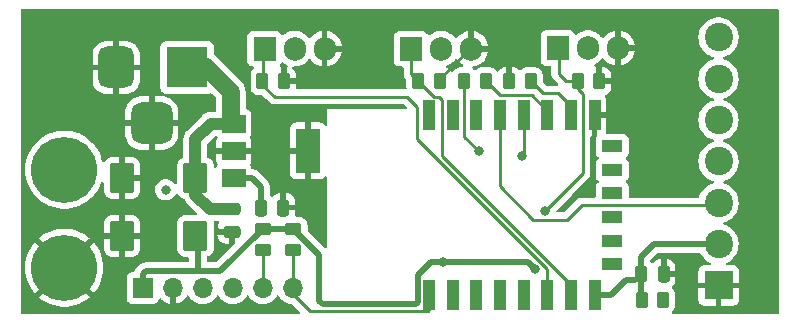
<source format=gbr>
%TF.GenerationSoftware,KiCad,Pcbnew,7.0.6*%
%TF.CreationDate,2024-04-30T22:33:33+02:00*%
%TF.ProjectId,MatchboxV2_HC,4d617463-6862-46f7-9856-325f48432e6b,rev?*%
%TF.SameCoordinates,Original*%
%TF.FileFunction,Copper,L1,Top*%
%TF.FilePolarity,Positive*%
%FSLAX46Y46*%
G04 Gerber Fmt 4.6, Leading zero omitted, Abs format (unit mm)*
G04 Created by KiCad (PCBNEW 7.0.6) date 2024-04-30 22:33:33*
%MOMM*%
%LPD*%
G01*
G04 APERTURE LIST*
G04 Aperture macros list*
%AMRoundRect*
0 Rectangle with rounded corners*
0 $1 Rounding radius*
0 $2 $3 $4 $5 $6 $7 $8 $9 X,Y pos of 4 corners*
0 Add a 4 corners polygon primitive as box body*
4,1,4,$2,$3,$4,$5,$6,$7,$8,$9,$2,$3,0*
0 Add four circle primitives for the rounded corners*
1,1,$1+$1,$2,$3*
1,1,$1+$1,$4,$5*
1,1,$1+$1,$6,$7*
1,1,$1+$1,$8,$9*
0 Add four rect primitives between the rounded corners*
20,1,$1+$1,$2,$3,$4,$5,0*
20,1,$1+$1,$4,$5,$6,$7,0*
20,1,$1+$1,$6,$7,$8,$9,0*
20,1,$1+$1,$8,$9,$2,$3,0*%
G04 Aperture macros list end*
%TA.AperFunction,ComponentPad*%
%ADD10R,1.905000X2.000000*%
%TD*%
%TA.AperFunction,ComponentPad*%
%ADD11O,1.905000X2.000000*%
%TD*%
%TA.AperFunction,SMDPad,CuDef*%
%ADD12RoundRect,0.250000X-0.250000X-0.475000X0.250000X-0.475000X0.250000X0.475000X-0.250000X0.475000X0*%
%TD*%
%TA.AperFunction,SMDPad,CuDef*%
%ADD13RoundRect,0.250000X-0.450000X0.262500X-0.450000X-0.262500X0.450000X-0.262500X0.450000X0.262500X0*%
%TD*%
%TA.AperFunction,SMDPad,CuDef*%
%ADD14RoundRect,0.250000X-0.475000X0.250000X-0.475000X-0.250000X0.475000X-0.250000X0.475000X0.250000X0*%
%TD*%
%TA.AperFunction,SMDPad,CuDef*%
%ADD15RoundRect,0.250000X-0.262500X-0.450000X0.262500X-0.450000X0.262500X0.450000X-0.262500X0.450000X0*%
%TD*%
%TA.AperFunction,SMDPad,CuDef*%
%ADD16RoundRect,0.250000X0.787500X1.025000X-0.787500X1.025000X-0.787500X-1.025000X0.787500X-1.025000X0*%
%TD*%
%TA.AperFunction,ComponentPad*%
%ADD17R,2.400000X2.400000*%
%TD*%
%TA.AperFunction,ComponentPad*%
%ADD18C,2.400000*%
%TD*%
%TA.AperFunction,ComponentPad*%
%ADD19C,3.600000*%
%TD*%
%TA.AperFunction,ConnectorPad*%
%ADD20C,5.600000*%
%TD*%
%TA.AperFunction,ComponentPad*%
%ADD21R,3.500000X3.500000*%
%TD*%
%TA.AperFunction,ComponentPad*%
%ADD22RoundRect,0.750000X-0.750000X-1.000000X0.750000X-1.000000X0.750000X1.000000X-0.750000X1.000000X0*%
%TD*%
%TA.AperFunction,ComponentPad*%
%ADD23RoundRect,0.875000X-0.875000X-0.875000X0.875000X-0.875000X0.875000X0.875000X-0.875000X0.875000X0*%
%TD*%
%TA.AperFunction,SMDPad,CuDef*%
%ADD24RoundRect,0.250000X0.262500X0.450000X-0.262500X0.450000X-0.262500X-0.450000X0.262500X-0.450000X0*%
%TD*%
%TA.AperFunction,SMDPad,CuDef*%
%ADD25R,1.000000X2.500000*%
%TD*%
%TA.AperFunction,SMDPad,CuDef*%
%ADD26R,1.800000X1.000000*%
%TD*%
%TA.AperFunction,ComponentPad*%
%ADD27R,1.700000X1.700000*%
%TD*%
%TA.AperFunction,ComponentPad*%
%ADD28O,1.700000X1.700000*%
%TD*%
%TA.AperFunction,SMDPad,CuDef*%
%ADD29R,2.000000X1.500000*%
%TD*%
%TA.AperFunction,SMDPad,CuDef*%
%ADD30R,2.000000X3.800000*%
%TD*%
%TA.AperFunction,SMDPad,CuDef*%
%ADD31RoundRect,0.250000X0.450000X-0.262500X0.450000X0.262500X-0.450000X0.262500X-0.450000X-0.262500X0*%
%TD*%
%TA.AperFunction,ViaPad*%
%ADD32C,0.600000*%
%TD*%
%TA.AperFunction,ViaPad*%
%ADD33C,0.800000*%
%TD*%
%TA.AperFunction,Conductor*%
%ADD34C,0.250000*%
%TD*%
%TA.AperFunction,Conductor*%
%ADD35C,0.500000*%
%TD*%
%TA.AperFunction,Conductor*%
%ADD36C,1.000000*%
%TD*%
%TA.AperFunction,Conductor*%
%ADD37C,1.500000*%
%TD*%
G04 APERTURE END LIST*
D10*
%TO.P,Q2,1,G*%
%TO.N,/FET2*%
X149960000Y-82345000D03*
D11*
%TO.P,Q2,2,D*%
%TO.N,/RGB-G*%
X152500000Y-82345000D03*
%TO.P,Q2,3,S*%
%TO.N,/GND*%
X155040000Y-82345000D03*
%TD*%
D12*
%TO.P,C3,1*%
%TO.N,/3V3*%
X169450000Y-101400000D03*
%TO.P,C3,2*%
%TO.N,/GND*%
X171350000Y-101400000D03*
%TD*%
D13*
%TO.P,R1,1*%
%TO.N,/3V3*%
X140000000Y-97587500D03*
%TO.P,R1,2*%
%TO.N,/RST*%
X140000000Y-99412500D03*
%TD*%
D14*
%TO.P,C2,1*%
%TO.N,/VCC*%
X134800000Y-95950000D03*
%TO.P,C2,2*%
%TO.N,/GND*%
X134800000Y-97850000D03*
%TD*%
D15*
%TO.P,R7,1*%
%TO.N,/FET2*%
X150587500Y-85100000D03*
%TO.P,R7,2*%
%TO.N,/GND*%
X152412500Y-85100000D03*
%TD*%
D16*
%TO.P,C1,1*%
%TO.N,/VCC*%
X131712500Y-93300000D03*
%TO.P,C1,2*%
%TO.N,/GND*%
X125487500Y-93300000D03*
%TD*%
D17*
%TO.P,J4,1,Pin_1*%
%TO.N,/GND*%
X176000000Y-102400000D03*
D18*
%TO.P,J4,2,Pin_2*%
%TO.N,/3V3*%
X176000000Y-98900000D03*
%TO.P,J4,3,Pin_3*%
%TO.N,/IR*%
X176000000Y-95400000D03*
%TO.P,J4,4,Pin_4*%
%TO.N,/RGB-B*%
X176000000Y-91900000D03*
%TO.P,J4,5,Pin_5*%
%TO.N,/RGB-G*%
X176000000Y-88400000D03*
%TO.P,J4,6,Pin_6*%
%TO.N,/RGB-R*%
X176000000Y-84900000D03*
%TO.P,J4,7,Pin_7*%
%TO.N,/VCC*%
X176000000Y-81400000D03*
%TD*%
D10*
%TO.P,Q1,1,G*%
%TO.N,/FET1*%
X137560000Y-82345000D03*
D11*
%TO.P,Q1,2,D*%
%TO.N,/RGB-B*%
X140100000Y-82345000D03*
%TO.P,Q1,3,S*%
%TO.N,/GND*%
X142640000Y-82345000D03*
%TD*%
D19*
%TO.P,H1,1,1*%
%TO.N,/VCC*%
X120600000Y-92600000D03*
D20*
X120600000Y-92600000D03*
%TD*%
D21*
%TO.P,J3,1,Pin_1*%
%TO.N,/VCC*%
X131000000Y-83942500D03*
D22*
%TO.P,J3,2,Pin_2*%
%TO.N,/GND*%
X125000000Y-83942500D03*
D23*
%TO.P,J3,3,Pin_3*%
X128000000Y-88642500D03*
%TD*%
D24*
%TO.P,R4,1*%
%TO.N,Net-(U1-GPIO2)*%
X156312500Y-85100000D03*
%TO.P,R4,2*%
%TO.N,/3V3*%
X154487500Y-85100000D03*
%TD*%
D15*
%TO.P,R2,1*%
%TO.N,/3V3*%
X169487500Y-103600000D03*
%TO.P,R2,2*%
%TO.N,Net-(U1-EN)*%
X171312500Y-103600000D03*
%TD*%
D16*
%TO.P,C4,1*%
%TO.N,/3V3*%
X131712500Y-98200000D03*
%TO.P,C4,2*%
%TO.N,/GND*%
X125487500Y-98200000D03*
%TD*%
D12*
%TO.P,C5,1*%
%TO.N,/3V3*%
X137250000Y-95800000D03*
%TO.P,C5,2*%
%TO.N,/GND*%
X139150000Y-95800000D03*
%TD*%
D15*
%TO.P,R8,1*%
%TO.N,/FET3*%
X164087500Y-85100000D03*
%TO.P,R8,2*%
%TO.N,/GND*%
X165912500Y-85100000D03*
%TD*%
D25*
%TO.P,U1,1,~{RST}*%
%TO.N,/RST*%
X151500000Y-103200000D03*
%TO.P,U1,2,ADC*%
%TO.N,unconnected-(U1-ADC-Pad2)*%
X153500000Y-103200000D03*
%TO.P,U1,3,EN*%
%TO.N,Net-(U1-EN)*%
X155500000Y-103200000D03*
%TO.P,U1,4,GPIO16*%
%TO.N,unconnected-(U1-GPIO16-Pad4)*%
X157500000Y-103200000D03*
%TO.P,U1,5,GPIO14*%
%TO.N,/FET3*%
X159500000Y-103200000D03*
%TO.P,U1,6,GPIO12*%
%TO.N,/FET1*%
X161500000Y-103200000D03*
%TO.P,U1,7,GPIO13*%
%TO.N,/FET2*%
X163500000Y-103200000D03*
%TO.P,U1,8,VCC*%
%TO.N,/3V3*%
X165500000Y-103200000D03*
D26*
%TO.P,U1,9,CS0*%
%TO.N,unconnected-(U1-CS0-Pad9)*%
X167000000Y-100600000D03*
%TO.P,U1,10,MISO*%
%TO.N,unconnected-(U1-MISO-Pad10)*%
X167000000Y-98600000D03*
%TO.P,U1,11,GPIO9*%
%TO.N,unconnected-(U1-GPIO9-Pad11)*%
X167000000Y-96600000D03*
%TO.P,U1,12,GPIO10*%
%TO.N,unconnected-(U1-GPIO10-Pad12)*%
X167000000Y-94600000D03*
%TO.P,U1,13,MOSI*%
%TO.N,unconnected-(U1-MOSI-Pad13)*%
X167000000Y-92600000D03*
%TO.P,U1,14,SCLK*%
%TO.N,unconnected-(U1-SCLK-Pad14)*%
X167000000Y-90600000D03*
D25*
%TO.P,U1,15,GND*%
%TO.N,/GND*%
X165500000Y-88000000D03*
%TO.P,U1,16,GPIO15*%
%TO.N,Net-(U1-GPIO15)*%
X163500000Y-88000000D03*
%TO.P,U1,17,GPIO2*%
%TO.N,Net-(U1-GPIO2)*%
X161500000Y-88000000D03*
%TO.P,U1,18,GPIO0*%
%TO.N,/FLS*%
X159500000Y-88000000D03*
%TO.P,U1,19,GPIO4*%
%TO.N,/IR*%
X157500000Y-88000000D03*
%TO.P,U1,20,GPIO5*%
%TO.N,unconnected-(U1-GPIO5-Pad20)*%
X155500000Y-88000000D03*
%TO.P,U1,21,GPIO3/RXD*%
%TO.N,/RX*%
X153500000Y-88000000D03*
%TO.P,U1,22,GPIO1/TXD*%
%TO.N,/TX*%
X151500000Y-88000000D03*
%TD*%
D27*
%TO.P,J1,1,Pin_1*%
%TO.N,/3V3*%
X127250000Y-102600000D03*
D28*
%TO.P,J1,2,Pin_2*%
%TO.N,/GND*%
X129790000Y-102600000D03*
%TO.P,J1,3,Pin_3*%
%TO.N,/RX*%
X132330000Y-102600000D03*
%TO.P,J1,4,Pin_4*%
%TO.N,/TX*%
X134870000Y-102600000D03*
%TO.P,J1,5,Pin_5*%
%TO.N,/FLS*%
X137410000Y-102600000D03*
%TO.P,J1,6,Pin_6*%
%TO.N,/RST*%
X139950000Y-102600000D03*
%TD*%
D24*
%TO.P,R5,1*%
%TO.N,Net-(U1-GPIO15)*%
X160112500Y-85100000D03*
%TO.P,R5,2*%
%TO.N,/GND*%
X158287500Y-85100000D03*
%TD*%
D29*
%TO.P,U3,1,VI*%
%TO.N,/VCC*%
X134950000Y-88700000D03*
%TO.P,U3,2,GND*%
%TO.N,/GND*%
X134950000Y-91000000D03*
D30*
X141250000Y-91000000D03*
D29*
%TO.P,U3,3,VO*%
%TO.N,/3V3*%
X134950000Y-93300000D03*
%TD*%
D19*
%TO.P,H2,1,1*%
%TO.N,/GND*%
X120600000Y-100900000D03*
D20*
X120600000Y-100900000D03*
%TD*%
D31*
%TO.P,R3,1*%
%TO.N,/FLS*%
X137400000Y-99412500D03*
%TO.P,R3,2*%
%TO.N,/3V3*%
X137400000Y-97587500D03*
%TD*%
D10*
%TO.P,Q3,1,G*%
%TO.N,/FET3*%
X162400000Y-82300000D03*
D11*
%TO.P,Q3,2,D*%
%TO.N,/RGB-R*%
X164940000Y-82300000D03*
%TO.P,Q3,3,S*%
%TO.N,/GND*%
X167480000Y-82300000D03*
%TD*%
D15*
%TO.P,R6,1*%
%TO.N,/FET1*%
X137387500Y-85100000D03*
%TO.P,R6,2*%
%TO.N,/GND*%
X139212500Y-85100000D03*
%TD*%
D32*
%TO.N,/GND*%
X133500000Y-97800000D03*
D33*
%TO.N,/3V3*%
X165500000Y-102500000D03*
X155700000Y-91000000D03*
X160500000Y-101000000D03*
X152700000Y-100400000D03*
%TO.N,/RX*%
X153500000Y-88000000D03*
%TO.N,/TX*%
X151500000Y-87800000D03*
%TO.N,/FLS*%
X159400000Y-91400000D03*
%TO.N,/VCC*%
X129200000Y-94300000D03*
%TO.N,Net-(U1-EN)*%
X171300000Y-103600000D03*
X155500000Y-103500000D03*
%TO.N,/FET3*%
X161300000Y-96100000D03*
X159500000Y-102400000D03*
%TD*%
D34*
%TO.N,/GND*%
X155000000Y-82400000D02*
X155040000Y-82400000D01*
X152412500Y-84887500D02*
X152412500Y-85100000D01*
X155040000Y-82400000D02*
X154900000Y-82400000D01*
X152412500Y-85100000D02*
X152412500Y-84987500D01*
X154900000Y-82400000D02*
X152412500Y-84887500D01*
D35*
%TO.N,/3V3*%
X137400000Y-97587500D02*
X133787500Y-101200000D01*
X131900000Y-101200000D02*
X127500000Y-101200000D01*
X133787500Y-101200000D02*
X131900000Y-101200000D01*
X136500000Y-93300000D02*
X134950000Y-93300000D01*
X137350000Y-95800000D02*
X137250000Y-95700000D01*
X137250000Y-95700000D02*
X137250000Y-94050000D01*
X159900000Y-100400000D02*
X160500000Y-101000000D01*
X169450000Y-99950000D02*
X170500000Y-98900000D01*
X137400000Y-97587500D02*
X140000000Y-97587500D01*
X150350000Y-104000000D02*
X150550000Y-103800000D01*
X152700000Y-100400000D02*
X159900000Y-100400000D01*
X169450000Y-101400000D02*
X169450000Y-103562500D01*
X165500000Y-103200000D02*
X166900000Y-103200000D01*
D34*
X169450000Y-103562500D02*
X169487500Y-103600000D01*
X154487500Y-85100000D02*
X154487500Y-89787500D01*
D35*
X166900000Y-103200000D02*
X168200000Y-101900000D01*
X134600000Y-93350000D02*
X134650000Y-93300000D01*
X137250000Y-94050000D02*
X136500000Y-93300000D01*
X150550000Y-103800000D02*
X150550000Y-101500000D01*
D34*
X168950000Y-101900000D02*
X169450000Y-101400000D01*
X154487500Y-89787500D02*
X155700000Y-91000000D01*
D35*
X151650000Y-100400000D02*
X152700000Y-100400000D01*
X168200000Y-101900000D02*
X168950000Y-101900000D01*
X140000000Y-97587500D02*
X142200000Y-99787500D01*
X150550000Y-101500000D02*
X151650000Y-100400000D01*
X169450000Y-101400000D02*
X169450000Y-99950000D01*
X142500000Y-104000000D02*
X150350000Y-104000000D01*
X127500000Y-101200000D02*
X127250000Y-101450000D01*
X142200000Y-99787500D02*
X142200000Y-103700000D01*
X170500000Y-98900000D02*
X176000000Y-98900000D01*
X142200000Y-103700000D02*
X142500000Y-104000000D01*
X131900000Y-101200000D02*
X131900000Y-98387500D01*
X131900000Y-98387500D02*
X131712500Y-98200000D01*
X127250000Y-101450000D02*
X127250000Y-102300000D01*
D34*
%TO.N,/FLS*%
X159500000Y-91300000D02*
X159500000Y-88000000D01*
X159400000Y-91400000D02*
X159500000Y-91300000D01*
X137400000Y-99412500D02*
X137410000Y-99422500D01*
X137410000Y-99422500D02*
X137410000Y-102300000D01*
%TO.N,/RST*%
X139950000Y-102300000D02*
X139950000Y-103150000D01*
X140000000Y-99412500D02*
X139950000Y-99462500D01*
X151500000Y-104500000D02*
X151500000Y-103200000D01*
X151400000Y-104600000D02*
X151500000Y-104500000D01*
X141400000Y-104600000D02*
X151400000Y-104600000D01*
X139950000Y-99462500D02*
X139950000Y-102300000D01*
X139950000Y-103150000D02*
X141400000Y-104600000D01*
%TO.N,/IR*%
X163175000Y-96825000D02*
X160325000Y-96825000D01*
X160325000Y-96825000D02*
X157500000Y-94000000D01*
X175800000Y-95600000D02*
X164400000Y-95600000D01*
X176000000Y-95400000D02*
X175800000Y-95600000D01*
X164400000Y-95600000D02*
X163175000Y-96825000D01*
X157500000Y-94000000D02*
X157500000Y-88000000D01*
D36*
%TO.N,/VCC*%
X131700000Y-90000000D02*
X131700000Y-93287500D01*
X134650000Y-88700000D02*
X133000000Y-88700000D01*
X133000000Y-88700000D02*
X131700000Y-90000000D01*
X132950000Y-95950000D02*
X134800000Y-95950000D01*
X131700000Y-93287500D02*
X131712500Y-93300000D01*
D37*
X131000000Y-83942500D02*
X132642500Y-83942500D01*
D36*
X131712500Y-93300000D02*
X131712500Y-94712500D01*
D37*
X132642500Y-83942500D02*
X134700000Y-86000000D01*
D36*
X131712500Y-94712500D02*
X132950000Y-95950000D01*
D37*
X134700000Y-86000000D02*
X134700000Y-88650000D01*
D34*
X131550000Y-89850000D02*
X132000000Y-89850000D01*
%TO.N,Net-(U1-EN)*%
X155500000Y-103500000D02*
X155500000Y-103200000D01*
%TO.N,Net-(U1-GPIO2)*%
X161500000Y-87600000D02*
X161500000Y-88000000D01*
X157512500Y-86300000D02*
X160200000Y-86300000D01*
X160200000Y-86300000D02*
X161500000Y-87600000D01*
X156312500Y-85100000D02*
X157512500Y-86300000D01*
%TO.N,Net-(U1-GPIO15)*%
X163500000Y-87200000D02*
X163500000Y-88000000D01*
X162425000Y-86125000D02*
X163500000Y-87200000D01*
X161137500Y-86125000D02*
X162425000Y-86125000D01*
X160112500Y-85100000D02*
X161137500Y-86125000D01*
%TO.N,/FET1*%
X161500000Y-100974695D02*
X150500000Y-89974695D01*
X161500000Y-103200000D02*
X161500000Y-100974695D01*
X138412500Y-86425000D02*
X137387500Y-85400000D01*
X137387500Y-85400000D02*
X137460000Y-85327500D01*
X149625000Y-86425000D02*
X138412500Y-86425000D01*
X137460000Y-85327500D02*
X137460000Y-82400000D01*
X150500000Y-87300000D02*
X149625000Y-86425000D01*
X150500000Y-89974695D02*
X150500000Y-87300000D01*
%TO.N,/FET2*%
X151912500Y-86425000D02*
X150587500Y-85100000D01*
X152600000Y-91438299D02*
X152600000Y-86700000D01*
X152600000Y-86700000D02*
X152325000Y-86425000D01*
X163500000Y-103200000D02*
X163500000Y-102338299D01*
X149960000Y-84472500D02*
X149960000Y-82400000D01*
X163500000Y-102338299D02*
X152600000Y-91438299D01*
X150587500Y-85100000D02*
X149960000Y-84472500D01*
X152325000Y-86425000D02*
X151912500Y-86425000D01*
%TO.N,/FET3*%
X164500000Y-86200000D02*
X164087500Y-85787500D01*
X161300000Y-96100000D02*
X164500000Y-92900000D01*
X164087500Y-85787500D02*
X164087500Y-85100000D01*
X162460000Y-82400000D02*
X162460000Y-84460000D01*
X164500000Y-92900000D02*
X164500000Y-86200000D01*
X163100000Y-85100000D02*
X164087500Y-85100000D01*
X162460000Y-84460000D02*
X163100000Y-85100000D01*
%TD*%
%TA.AperFunction,Conductor*%
%TO.N,/GND*%
G36*
X181042539Y-79020185D02*
G01*
X181088294Y-79072989D01*
X181099500Y-79124500D01*
X181099500Y-104675500D01*
X181079815Y-104742539D01*
X181027011Y-104788294D01*
X180975500Y-104799500D01*
X172186230Y-104799500D01*
X172119191Y-104779815D01*
X172073436Y-104727011D01*
X172063492Y-104657853D01*
X172092517Y-104594297D01*
X172098549Y-104587819D01*
X172128886Y-104557482D01*
X172167712Y-104518656D01*
X172259814Y-104369334D01*
X172314999Y-104202797D01*
X172325500Y-104100009D01*
X172325499Y-103099992D01*
X172324333Y-103088581D01*
X172314999Y-102997203D01*
X172314998Y-102997200D01*
X172304198Y-102964607D01*
X172259814Y-102830666D01*
X172167712Y-102681344D01*
X172098695Y-102612326D01*
X172065210Y-102551004D01*
X172070194Y-102481312D01*
X172098695Y-102436964D01*
X172192317Y-102343342D01*
X172284356Y-102194124D01*
X172284358Y-102194119D01*
X172339505Y-102027697D01*
X172339506Y-102027690D01*
X172349999Y-101924986D01*
X172350000Y-101924973D01*
X172350000Y-101650000D01*
X171224000Y-101650000D01*
X171156961Y-101630315D01*
X171111206Y-101577511D01*
X171100000Y-101526000D01*
X171100000Y-100175000D01*
X171600000Y-100175000D01*
X171600000Y-101150000D01*
X172349999Y-101150000D01*
X172349999Y-100875028D01*
X172349998Y-100875013D01*
X172339505Y-100772302D01*
X172284358Y-100605880D01*
X172284356Y-100605875D01*
X172192315Y-100456654D01*
X172068345Y-100332684D01*
X171919124Y-100240643D01*
X171919119Y-100240641D01*
X171752697Y-100185494D01*
X171752690Y-100185493D01*
X171649986Y-100175000D01*
X171600000Y-100175000D01*
X171100000Y-100175000D01*
X171099999Y-100174999D01*
X171050029Y-100175000D01*
X171050011Y-100175001D01*
X170947302Y-100185494D01*
X170780880Y-100240641D01*
X170780875Y-100240643D01*
X170631654Y-100332684D01*
X170507683Y-100456655D01*
X170507681Y-100456658D01*
X170505829Y-100459661D01*
X170504021Y-100461286D01*
X170503202Y-100462323D01*
X170503024Y-100462182D01*
X170453880Y-100506383D01*
X170384917Y-100517603D01*
X170320836Y-100489757D01*
X170294755Y-100459656D01*
X170292712Y-100456344D01*
X170266183Y-100429815D01*
X170236817Y-100400448D01*
X170203333Y-100339124D01*
X170200499Y-100312771D01*
X170200499Y-100312226D01*
X170220184Y-100245189D01*
X170236813Y-100224552D01*
X170774547Y-99686819D01*
X170835871Y-99653334D01*
X170862229Y-99650500D01*
X174398142Y-99650500D01*
X174465181Y-99670185D01*
X174505529Y-99712500D01*
X174512609Y-99724763D01*
X174591041Y-99860612D01*
X174749950Y-100059877D01*
X174936783Y-100233232D01*
X175147366Y-100376805D01*
X175320126Y-100460002D01*
X175329010Y-100464280D01*
X175380869Y-100511102D01*
X175399182Y-100578529D01*
X175378134Y-100645153D01*
X175324408Y-100689822D01*
X175275208Y-100700000D01*
X174752155Y-100700000D01*
X174692627Y-100706401D01*
X174692620Y-100706403D01*
X174557913Y-100756645D01*
X174557906Y-100756649D01*
X174442812Y-100842809D01*
X174442809Y-100842812D01*
X174356649Y-100957906D01*
X174356645Y-100957913D01*
X174306403Y-101092620D01*
X174306401Y-101092627D01*
X174300000Y-101152155D01*
X174300000Y-102150000D01*
X175454118Y-102150000D01*
X175415444Y-102243369D01*
X175394823Y-102400000D01*
X175415444Y-102556631D01*
X175454118Y-102650000D01*
X174300000Y-102650000D01*
X174300000Y-103647844D01*
X174306401Y-103707372D01*
X174306403Y-103707379D01*
X174356645Y-103842086D01*
X174356649Y-103842093D01*
X174442809Y-103957187D01*
X174442812Y-103957190D01*
X174557906Y-104043350D01*
X174557913Y-104043354D01*
X174692620Y-104093596D01*
X174692627Y-104093598D01*
X174752155Y-104099999D01*
X174752172Y-104100000D01*
X175750000Y-104100000D01*
X175750000Y-102945881D01*
X175843369Y-102984556D01*
X175960677Y-103000000D01*
X176039323Y-103000000D01*
X176156631Y-102984556D01*
X176249999Y-102945881D01*
X176250000Y-104100000D01*
X177247828Y-104100000D01*
X177247844Y-104099999D01*
X177307372Y-104093598D01*
X177307379Y-104093596D01*
X177442086Y-104043354D01*
X177442093Y-104043350D01*
X177557187Y-103957190D01*
X177557190Y-103957187D01*
X177643350Y-103842093D01*
X177643354Y-103842086D01*
X177693596Y-103707379D01*
X177693598Y-103707372D01*
X177699999Y-103647844D01*
X177700000Y-103647827D01*
X177700000Y-102650000D01*
X176545882Y-102650000D01*
X176584556Y-102556631D01*
X176605177Y-102400000D01*
X176584556Y-102243369D01*
X176545882Y-102150000D01*
X177700000Y-102150000D01*
X177700000Y-101152172D01*
X177699999Y-101152155D01*
X177693598Y-101092627D01*
X177693596Y-101092620D01*
X177643354Y-100957913D01*
X177643350Y-100957906D01*
X177557190Y-100842812D01*
X177557187Y-100842809D01*
X177442093Y-100756649D01*
X177442086Y-100756645D01*
X177307379Y-100706403D01*
X177307372Y-100706401D01*
X177247844Y-100700000D01*
X176724792Y-100700000D01*
X176657753Y-100680315D01*
X176611998Y-100627511D01*
X176602054Y-100558353D01*
X176631079Y-100494797D01*
X176670990Y-100464280D01*
X176677207Y-100461286D01*
X176852634Y-100376805D01*
X177063217Y-100233232D01*
X177250050Y-100059877D01*
X177408959Y-99860612D01*
X177536393Y-99639888D01*
X177629508Y-99402637D01*
X177686222Y-99154157D01*
X177705268Y-98900000D01*
X177705267Y-98899993D01*
X177691663Y-98718459D01*
X177686222Y-98645843D01*
X177629508Y-98397363D01*
X177536393Y-98160112D01*
X177408959Y-97939388D01*
X177250050Y-97740123D01*
X177063217Y-97566768D01*
X176852634Y-97423195D01*
X176852630Y-97423193D01*
X176852627Y-97423191D01*
X176852626Y-97423190D01*
X176623006Y-97312612D01*
X176623008Y-97312612D01*
X176528875Y-97283576D01*
X176479969Y-97268490D01*
X176421711Y-97229921D01*
X176393553Y-97165976D01*
X176404437Y-97096959D01*
X176450906Y-97044782D01*
X176479970Y-97031509D01*
X176623004Y-96987389D01*
X176852634Y-96876805D01*
X177063217Y-96733232D01*
X177250050Y-96559877D01*
X177408959Y-96360612D01*
X177536393Y-96139888D01*
X177629508Y-95902637D01*
X177686222Y-95654157D01*
X177698789Y-95486455D01*
X177705268Y-95400004D01*
X177705268Y-95399995D01*
X177688641Y-95178124D01*
X177686222Y-95145843D01*
X177629508Y-94897363D01*
X177536393Y-94660112D01*
X177408959Y-94439388D01*
X177250050Y-94240123D01*
X177063217Y-94066768D01*
X176852634Y-93923195D01*
X176852630Y-93923193D01*
X176852627Y-93923191D01*
X176852626Y-93923190D01*
X176623006Y-93812612D01*
X176623008Y-93812612D01*
X176479970Y-93768491D01*
X176421711Y-93729921D01*
X176393553Y-93665976D01*
X176404437Y-93596959D01*
X176450906Y-93544782D01*
X176479970Y-93531509D01*
X176623004Y-93487389D01*
X176852634Y-93376805D01*
X177063217Y-93233232D01*
X177250050Y-93059877D01*
X177408959Y-92860612D01*
X177536393Y-92639888D01*
X177629508Y-92402637D01*
X177686222Y-92154157D01*
X177698367Y-91992086D01*
X177705268Y-91900004D01*
X177705268Y-91899995D01*
X177686222Y-91645845D01*
X177675758Y-91600000D01*
X177629508Y-91397363D01*
X177536393Y-91160112D01*
X177408959Y-90939388D01*
X177250050Y-90740123D01*
X177063217Y-90566768D01*
X176852634Y-90423195D01*
X176852630Y-90423193D01*
X176852627Y-90423191D01*
X176852626Y-90423190D01*
X176623006Y-90312612D01*
X176623008Y-90312612D01*
X176479970Y-90268491D01*
X176421711Y-90229921D01*
X176393553Y-90165976D01*
X176404437Y-90096959D01*
X176450906Y-90044782D01*
X176479970Y-90031509D01*
X176623004Y-89987389D01*
X176817352Y-89893796D01*
X176852626Y-89876809D01*
X176852626Y-89876808D01*
X176852634Y-89876805D01*
X177063217Y-89733232D01*
X177250050Y-89559877D01*
X177408959Y-89360612D01*
X177536393Y-89139888D01*
X177629508Y-88902637D01*
X177686222Y-88654157D01*
X177705268Y-88400000D01*
X177686222Y-88145843D01*
X177629508Y-87897363D01*
X177536393Y-87660112D01*
X177408959Y-87439388D01*
X177250050Y-87240123D01*
X177063217Y-87066768D01*
X176852634Y-86923195D01*
X176852630Y-86923193D01*
X176852627Y-86923191D01*
X176852626Y-86923190D01*
X176623006Y-86812612D01*
X176623008Y-86812612D01*
X176479970Y-86768491D01*
X176421711Y-86729921D01*
X176393553Y-86665976D01*
X176404437Y-86596959D01*
X176450906Y-86544782D01*
X176479970Y-86531509D01*
X176623004Y-86487389D01*
X176852634Y-86376805D01*
X177063217Y-86233232D01*
X177250050Y-86059877D01*
X177408959Y-85860612D01*
X177536393Y-85639888D01*
X177629508Y-85402637D01*
X177686222Y-85154157D01*
X177699903Y-84971590D01*
X177705268Y-84900004D01*
X177705268Y-84899995D01*
X177688432Y-84675337D01*
X177686222Y-84645843D01*
X177629508Y-84397363D01*
X177536393Y-84160112D01*
X177408959Y-83939388D01*
X177250050Y-83740123D01*
X177063217Y-83566768D01*
X176852634Y-83423195D01*
X176852630Y-83423193D01*
X176852627Y-83423191D01*
X176852626Y-83423190D01*
X176623006Y-83312612D01*
X176623008Y-83312612D01*
X176479970Y-83268491D01*
X176421711Y-83229921D01*
X176393553Y-83165976D01*
X176404437Y-83096959D01*
X176450906Y-83044782D01*
X176479970Y-83031509D01*
X176623004Y-82987389D01*
X176834905Y-82885343D01*
X176852626Y-82876809D01*
X176852626Y-82876808D01*
X176852634Y-82876805D01*
X177063217Y-82733232D01*
X177250050Y-82559877D01*
X177408959Y-82360612D01*
X177536393Y-82139888D01*
X177629508Y-81902637D01*
X177686222Y-81654157D01*
X177703264Y-81426745D01*
X177705268Y-81400004D01*
X177705268Y-81399995D01*
X177691290Y-81213475D01*
X177686222Y-81145843D01*
X177629508Y-80897363D01*
X177536393Y-80660112D01*
X177408959Y-80439388D01*
X177250050Y-80240123D01*
X177063217Y-80066768D01*
X176852634Y-79923195D01*
X176852630Y-79923193D01*
X176852627Y-79923191D01*
X176852626Y-79923190D01*
X176623006Y-79812612D01*
X176623008Y-79812612D01*
X176379466Y-79737489D01*
X176379462Y-79737488D01*
X176379458Y-79737487D01*
X176258231Y-79719214D01*
X176127440Y-79699500D01*
X176127435Y-79699500D01*
X175872565Y-79699500D01*
X175872559Y-79699500D01*
X175715609Y-79723157D01*
X175620542Y-79737487D01*
X175620538Y-79737488D01*
X175620539Y-79737488D01*
X175620533Y-79737489D01*
X175376992Y-79812612D01*
X175147373Y-79923190D01*
X175147372Y-79923191D01*
X174936782Y-80066768D01*
X174749952Y-80240121D01*
X174749950Y-80240123D01*
X174591041Y-80439388D01*
X174463608Y-80660109D01*
X174370492Y-80897362D01*
X174370490Y-80897369D01*
X174313777Y-81145845D01*
X174294732Y-81399995D01*
X174294732Y-81400004D01*
X174313777Y-81654154D01*
X174358689Y-81850928D01*
X174370492Y-81902637D01*
X174462930Y-82138164D01*
X174463608Y-82139890D01*
X174466344Y-82144629D01*
X174591041Y-82360612D01*
X174749950Y-82559877D01*
X174936783Y-82733232D01*
X175147366Y-82876805D01*
X175147371Y-82876807D01*
X175147372Y-82876808D01*
X175147373Y-82876809D01*
X175251049Y-82926736D01*
X175376992Y-82987387D01*
X175376993Y-82987387D01*
X175376996Y-82987389D01*
X175478011Y-83018548D01*
X175520029Y-83031509D01*
X175578288Y-83070080D01*
X175606446Y-83134024D01*
X175595562Y-83203041D01*
X175549093Y-83255218D01*
X175520029Y-83268491D01*
X175376992Y-83312612D01*
X175147373Y-83423190D01*
X175147372Y-83423191D01*
X174936782Y-83566768D01*
X174749952Y-83740121D01*
X174749950Y-83740123D01*
X174591041Y-83939388D01*
X174463608Y-84160109D01*
X174370492Y-84397362D01*
X174370490Y-84397369D01*
X174313777Y-84645845D01*
X174294732Y-84899995D01*
X174294732Y-84900004D01*
X174313777Y-85154154D01*
X174365412Y-85380383D01*
X174370492Y-85402637D01*
X174463607Y-85639888D01*
X174591041Y-85860612D01*
X174749950Y-86059877D01*
X174936783Y-86233232D01*
X175147366Y-86376805D01*
X175147371Y-86376807D01*
X175147372Y-86376808D01*
X175147373Y-86376809D01*
X175269328Y-86435538D01*
X175376992Y-86487387D01*
X175376993Y-86487387D01*
X175376996Y-86487389D01*
X175476147Y-86517973D01*
X175520029Y-86531509D01*
X175578288Y-86570080D01*
X175606446Y-86634024D01*
X175595562Y-86703041D01*
X175549093Y-86755218D01*
X175520029Y-86768491D01*
X175376992Y-86812612D01*
X175147373Y-86923190D01*
X175147372Y-86923191D01*
X174936782Y-87066768D01*
X174749952Y-87240121D01*
X174749950Y-87240123D01*
X174591041Y-87439388D01*
X174463608Y-87660109D01*
X174370492Y-87897362D01*
X174370490Y-87897369D01*
X174313777Y-88145845D01*
X174294732Y-88399995D01*
X174294732Y-88400004D01*
X174313777Y-88654154D01*
X174360171Y-88857420D01*
X174370492Y-88902637D01*
X174463607Y-89139888D01*
X174591041Y-89360612D01*
X174749950Y-89559877D01*
X174936783Y-89733232D01*
X175147366Y-89876805D01*
X175147371Y-89876807D01*
X175147372Y-89876808D01*
X175147373Y-89876809D01*
X175226124Y-89914733D01*
X175376996Y-89987389D01*
X175520029Y-90031508D01*
X175578287Y-90070078D01*
X175606445Y-90134023D01*
X175595562Y-90203039D01*
X175549094Y-90255216D01*
X175520030Y-90268490D01*
X175376990Y-90312613D01*
X175147373Y-90423190D01*
X175147372Y-90423191D01*
X174936782Y-90566768D01*
X174749952Y-90740121D01*
X174749950Y-90740123D01*
X174591041Y-90939388D01*
X174463608Y-91160109D01*
X174370492Y-91397362D01*
X174370490Y-91397369D01*
X174313777Y-91645845D01*
X174294732Y-91899995D01*
X174294732Y-91900004D01*
X174313777Y-92154154D01*
X174361988Y-92365381D01*
X174370492Y-92402637D01*
X174443849Y-92589547D01*
X174463608Y-92639890D01*
X174477949Y-92664729D01*
X174591041Y-92860612D01*
X174749950Y-93059877D01*
X174936783Y-93233232D01*
X175147366Y-93376805D01*
X175147371Y-93376807D01*
X175147372Y-93376808D01*
X175147373Y-93376809D01*
X175269328Y-93435538D01*
X175376992Y-93487387D01*
X175376993Y-93487387D01*
X175376996Y-93487389D01*
X175455532Y-93511614D01*
X175520029Y-93531509D01*
X175578288Y-93570080D01*
X175606446Y-93634024D01*
X175595562Y-93703041D01*
X175549093Y-93755218D01*
X175520029Y-93768491D01*
X175376992Y-93812612D01*
X175147373Y-93923190D01*
X175147372Y-93923191D01*
X175147366Y-93923194D01*
X175147366Y-93923195D01*
X175134868Y-93931716D01*
X174936782Y-94066768D01*
X174749952Y-94240121D01*
X174749950Y-94240123D01*
X174591041Y-94439388D01*
X174463608Y-94660109D01*
X174371104Y-94895803D01*
X174328288Y-94951016D01*
X174262418Y-94974317D01*
X174255676Y-94974500D01*
X168524500Y-94974500D01*
X168457461Y-94954815D01*
X168411706Y-94902011D01*
X168400500Y-94850500D01*
X168400499Y-94052129D01*
X168400498Y-94052123D01*
X168400497Y-94052116D01*
X168394091Y-93992517D01*
X168392364Y-93987888D01*
X168343797Y-93857671D01*
X168343793Y-93857664D01*
X168257547Y-93742456D01*
X168257548Y-93742456D01*
X168257546Y-93742454D01*
X168199854Y-93699265D01*
X168157984Y-93643333D01*
X168153000Y-93573641D01*
X168186485Y-93512318D01*
X168199854Y-93500734D01*
X168257546Y-93457546D01*
X168343796Y-93342331D01*
X168394091Y-93207483D01*
X168400500Y-93147873D01*
X168400499Y-92052128D01*
X168394091Y-91992517D01*
X168393931Y-91992089D01*
X168343797Y-91857671D01*
X168343793Y-91857664D01*
X168257547Y-91742456D01*
X168257548Y-91742456D01*
X168257546Y-91742454D01*
X168199854Y-91699265D01*
X168157984Y-91643333D01*
X168153000Y-91573641D01*
X168186485Y-91512318D01*
X168199854Y-91500734D01*
X168257546Y-91457546D01*
X168343796Y-91342331D01*
X168394091Y-91207483D01*
X168400500Y-91147873D01*
X168400499Y-90052128D01*
X168394091Y-89992517D01*
X168392264Y-89987619D01*
X168343797Y-89857671D01*
X168343793Y-89857664D01*
X168257547Y-89742455D01*
X168257544Y-89742452D01*
X168142335Y-89656206D01*
X168142328Y-89656202D01*
X168007482Y-89605908D01*
X168007483Y-89605908D01*
X167947883Y-89599501D01*
X167947881Y-89599500D01*
X167947873Y-89599500D01*
X167947865Y-89599500D01*
X166581884Y-89599500D01*
X166514845Y-89579815D01*
X166469090Y-89527011D01*
X166459146Y-89457853D01*
X166465703Y-89432166D01*
X166493595Y-89357383D01*
X166493598Y-89357372D01*
X166499999Y-89297844D01*
X166500000Y-89297827D01*
X166500000Y-88250000D01*
X165750000Y-88250000D01*
X165750000Y-89691102D01*
X165730315Y-89758141D01*
X165725267Y-89765413D01*
X165656203Y-89857669D01*
X165656202Y-89857671D01*
X165605908Y-89992517D01*
X165599501Y-90052116D01*
X165599501Y-90052123D01*
X165599500Y-90052135D01*
X165599500Y-91147870D01*
X165599501Y-91147876D01*
X165605908Y-91207483D01*
X165656202Y-91342328D01*
X165656206Y-91342335D01*
X165742452Y-91457544D01*
X165742453Y-91457544D01*
X165742454Y-91457546D01*
X165747425Y-91461267D01*
X165800145Y-91500734D01*
X165842015Y-91556668D01*
X165846999Y-91626360D01*
X165813513Y-91687683D01*
X165800145Y-91699266D01*
X165742452Y-91742455D01*
X165656206Y-91857664D01*
X165656202Y-91857671D01*
X165605908Y-91992517D01*
X165599782Y-92049500D01*
X165599501Y-92052123D01*
X165599500Y-92052135D01*
X165599500Y-93147870D01*
X165599501Y-93147876D01*
X165605908Y-93207483D01*
X165656202Y-93342328D01*
X165656206Y-93342335D01*
X165742452Y-93457544D01*
X165742453Y-93457544D01*
X165742454Y-93457546D01*
X165771615Y-93479376D01*
X165800145Y-93500734D01*
X165842015Y-93556668D01*
X165846999Y-93626360D01*
X165813513Y-93687683D01*
X165800145Y-93699266D01*
X165742452Y-93742455D01*
X165656206Y-93857664D01*
X165656202Y-93857671D01*
X165605908Y-93992517D01*
X165600134Y-94046231D01*
X165599500Y-94052127D01*
X165599500Y-94511571D01*
X165599501Y-94850500D01*
X165579817Y-94917539D01*
X165527013Y-94963294D01*
X165475501Y-94974500D01*
X164482743Y-94974500D01*
X164467122Y-94972775D01*
X164467095Y-94973061D01*
X164459333Y-94972326D01*
X164390172Y-94974500D01*
X164360649Y-94974500D01*
X164353778Y-94975367D01*
X164347959Y-94975825D01*
X164301374Y-94977289D01*
X164301368Y-94977290D01*
X164282126Y-94982880D01*
X164263087Y-94986823D01*
X164243217Y-94989334D01*
X164243203Y-94989337D01*
X164199883Y-95006488D01*
X164194358Y-95008380D01*
X164149613Y-95021380D01*
X164149610Y-95021381D01*
X164132366Y-95031579D01*
X164114905Y-95040133D01*
X164096274Y-95047510D01*
X164096262Y-95047517D01*
X164058570Y-95074902D01*
X164053687Y-95078109D01*
X164013580Y-95101829D01*
X163999414Y-95115995D01*
X163984624Y-95128627D01*
X163968414Y-95140404D01*
X163968411Y-95140407D01*
X163938710Y-95176309D01*
X163934777Y-95180631D01*
X162952228Y-96163181D01*
X162890905Y-96196666D01*
X162864547Y-96199500D01*
X162384452Y-96199500D01*
X162317413Y-96179815D01*
X162271658Y-96127011D01*
X162261714Y-96057853D01*
X162290739Y-95994297D01*
X162296771Y-95987819D01*
X163571820Y-94712770D01*
X164883788Y-93400801D01*
X164896042Y-93390986D01*
X164895859Y-93390764D01*
X164901866Y-93385792D01*
X164901877Y-93385786D01*
X164942684Y-93342331D01*
X164949227Y-93335364D01*
X164959671Y-93324918D01*
X164970120Y-93314471D01*
X164974379Y-93308978D01*
X164978152Y-93304561D01*
X165010062Y-93270582D01*
X165019713Y-93253024D01*
X165030396Y-93236761D01*
X165042673Y-93220936D01*
X165061185Y-93178153D01*
X165063738Y-93172941D01*
X165086197Y-93132092D01*
X165091180Y-93112680D01*
X165097481Y-93094280D01*
X165105437Y-93075896D01*
X165112729Y-93029852D01*
X165113906Y-93024171D01*
X165125500Y-92979019D01*
X165125500Y-92958982D01*
X165127027Y-92939582D01*
X165130160Y-92919804D01*
X165125775Y-92873415D01*
X165125500Y-92867577D01*
X165125500Y-89874000D01*
X165145185Y-89806961D01*
X165197989Y-89761206D01*
X165249500Y-89750000D01*
X165250000Y-89750000D01*
X165250000Y-87874000D01*
X165269685Y-87806961D01*
X165322489Y-87761206D01*
X165374000Y-87750000D01*
X166500000Y-87750000D01*
X166500000Y-86702172D01*
X166499999Y-86702155D01*
X166493598Y-86642627D01*
X166493596Y-86642620D01*
X166443354Y-86507913D01*
X166443352Y-86507910D01*
X166392560Y-86440061D01*
X166368142Y-86374597D01*
X166382993Y-86306323D01*
X166432398Y-86256918D01*
X166452822Y-86248043D01*
X166494119Y-86234358D01*
X166494124Y-86234356D01*
X166643345Y-86142315D01*
X166767315Y-86018345D01*
X166859356Y-85869124D01*
X166859358Y-85869119D01*
X166914505Y-85702697D01*
X166914506Y-85702690D01*
X166924999Y-85599986D01*
X166925000Y-85599973D01*
X166925000Y-85350000D01*
X165786500Y-85350000D01*
X165719461Y-85330315D01*
X165673706Y-85277511D01*
X165662500Y-85226000D01*
X165662500Y-83900000D01*
X166162500Y-83900000D01*
X166162500Y-84850000D01*
X166924999Y-84850000D01*
X166924999Y-84600028D01*
X166924998Y-84600013D01*
X166914505Y-84497302D01*
X166859358Y-84330880D01*
X166859356Y-84330875D01*
X166767315Y-84181654D01*
X166643345Y-84057684D01*
X166494124Y-83965643D01*
X166494119Y-83965641D01*
X166327697Y-83910494D01*
X166327690Y-83910493D01*
X166224986Y-83900000D01*
X166162500Y-83900000D01*
X165662500Y-83900000D01*
X165662499Y-83899999D01*
X165613755Y-83900000D01*
X165546716Y-83880316D01*
X165500960Y-83827513D01*
X165491016Y-83758354D01*
X165520040Y-83694798D01*
X165554735Y-83666946D01*
X165737439Y-83568072D01*
X165927463Y-83420171D01*
X166090551Y-83243010D01*
X166106489Y-83218613D01*
X166159631Y-83173258D01*
X166228862Y-83163831D01*
X166292199Y-83193330D01*
X166314106Y-83218611D01*
X166329847Y-83242704D01*
X166329851Y-83242710D01*
X166492873Y-83419797D01*
X166492883Y-83419806D01*
X166682831Y-83567649D01*
X166682840Y-83567655D01*
X166894531Y-83682215D01*
X166894545Y-83682221D01*
X167122207Y-83760379D01*
X167230000Y-83778366D01*
X167230000Y-82791683D01*
X167258819Y-82809209D01*
X167404404Y-82850000D01*
X167517622Y-82850000D01*
X167629783Y-82834584D01*
X167730000Y-82791053D01*
X167730000Y-83778365D01*
X167837792Y-83760379D01*
X168065454Y-83682221D01*
X168065468Y-83682215D01*
X168277159Y-83567655D01*
X168277168Y-83567649D01*
X168467116Y-83419806D01*
X168467126Y-83419797D01*
X168630148Y-83242710D01*
X168630156Y-83242699D01*
X168761813Y-83041184D01*
X168858508Y-82820740D01*
X168917599Y-82587395D01*
X168917599Y-82587394D01*
X168920697Y-82550000D01*
X167974852Y-82550000D01*
X168023559Y-82412953D01*
X168033877Y-82262114D01*
X168003116Y-82114085D01*
X167969910Y-82050000D01*
X168920697Y-82050000D01*
X168917599Y-82012605D01*
X168917599Y-82012604D01*
X168858508Y-81779259D01*
X168761813Y-81558815D01*
X168630156Y-81357300D01*
X168630148Y-81357289D01*
X168467126Y-81180202D01*
X168467116Y-81180193D01*
X168277168Y-81032350D01*
X168277159Y-81032344D01*
X168065468Y-80917784D01*
X168065454Y-80917778D01*
X167837791Y-80839619D01*
X167730000Y-80821633D01*
X167730000Y-81808316D01*
X167701181Y-81790791D01*
X167555596Y-81750000D01*
X167442378Y-81750000D01*
X167330217Y-81765416D01*
X167230000Y-81808946D01*
X167230000Y-80821633D01*
X167229999Y-80821633D01*
X167122208Y-80839619D01*
X166894545Y-80917778D01*
X166894531Y-80917784D01*
X166682840Y-81032344D01*
X166682831Y-81032350D01*
X166492883Y-81180193D01*
X166492873Y-81180202D01*
X166329851Y-81357289D01*
X166329846Y-81357297D01*
X166314104Y-81381390D01*
X166260955Y-81426745D01*
X166191724Y-81436165D01*
X166128389Y-81406660D01*
X166106489Y-81381384D01*
X166090555Y-81356994D01*
X165994018Y-81252127D01*
X165927463Y-81179829D01*
X165793358Y-81075451D01*
X165737441Y-81031929D01*
X165525665Y-80917321D01*
X165525656Y-80917318D01*
X165297916Y-80839134D01*
X165098800Y-80805908D01*
X165060399Y-80799500D01*
X164819601Y-80799500D01*
X164781200Y-80805908D01*
X164582083Y-80839134D01*
X164354343Y-80917318D01*
X164354334Y-80917321D01*
X164142559Y-81031929D01*
X164000069Y-81142833D01*
X163935075Y-81168475D01*
X163866535Y-81154908D01*
X163816210Y-81106440D01*
X163807725Y-81088311D01*
X163796298Y-81057673D01*
X163796293Y-81057664D01*
X163710047Y-80942455D01*
X163710044Y-80942452D01*
X163594835Y-80856206D01*
X163594828Y-80856202D01*
X163459982Y-80805908D01*
X163459983Y-80805908D01*
X163400383Y-80799501D01*
X163400381Y-80799500D01*
X163400373Y-80799500D01*
X163400364Y-80799500D01*
X161399629Y-80799500D01*
X161399623Y-80799501D01*
X161340016Y-80805908D01*
X161205171Y-80856202D01*
X161205164Y-80856206D01*
X161089955Y-80942452D01*
X161089952Y-80942455D01*
X161003706Y-81057664D01*
X161003702Y-81057671D01*
X160953408Y-81192517D01*
X160947001Y-81252116D01*
X160947000Y-81252135D01*
X160947000Y-83347870D01*
X160947001Y-83347876D01*
X160953408Y-83407483D01*
X161003702Y-83542328D01*
X161003706Y-83542335D01*
X161089952Y-83657544D01*
X161089955Y-83657547D01*
X161205164Y-83743793D01*
X161205171Y-83743797D01*
X161244196Y-83758352D01*
X161340017Y-83794091D01*
X161399627Y-83800500D01*
X161710500Y-83800499D01*
X161777539Y-83820183D01*
X161823294Y-83872987D01*
X161834500Y-83924499D01*
X161834500Y-84377255D01*
X161832775Y-84392872D01*
X161833061Y-84392899D01*
X161832326Y-84400665D01*
X161834500Y-84469814D01*
X161834500Y-84499343D01*
X161834501Y-84499360D01*
X161835368Y-84506231D01*
X161835826Y-84512050D01*
X161837290Y-84558624D01*
X161837291Y-84558627D01*
X161842880Y-84577867D01*
X161846824Y-84596911D01*
X161849336Y-84616791D01*
X161866490Y-84660119D01*
X161868382Y-84665647D01*
X161881381Y-84710388D01*
X161891580Y-84727634D01*
X161900136Y-84745100D01*
X161905087Y-84757603D01*
X161907514Y-84763732D01*
X161934898Y-84801423D01*
X161938106Y-84806307D01*
X161961827Y-84846416D01*
X161961833Y-84846424D01*
X161975990Y-84860580D01*
X161988628Y-84875376D01*
X162000405Y-84891586D01*
X162000406Y-84891587D01*
X162036309Y-84921288D01*
X162040620Y-84925210D01*
X162254242Y-85138832D01*
X162403229Y-85287819D01*
X162436714Y-85349142D01*
X162431730Y-85418834D01*
X162389858Y-85474767D01*
X162324394Y-85499184D01*
X162315548Y-85499500D01*
X161447952Y-85499500D01*
X161380913Y-85479815D01*
X161360271Y-85463181D01*
X161161818Y-85264727D01*
X161128333Y-85203404D01*
X161125499Y-85177046D01*
X161125499Y-84599998D01*
X161125498Y-84599981D01*
X161114999Y-84497203D01*
X161114998Y-84497200D01*
X161087152Y-84413167D01*
X161059814Y-84330666D01*
X160967712Y-84181344D01*
X160843656Y-84057288D01*
X160729921Y-83987136D01*
X160694336Y-83965187D01*
X160694331Y-83965185D01*
X160638426Y-83946660D01*
X160527797Y-83910001D01*
X160527795Y-83910000D01*
X160425010Y-83899500D01*
X159799998Y-83899500D01*
X159799980Y-83899501D01*
X159697203Y-83910000D01*
X159697200Y-83910001D01*
X159530668Y-83965185D01*
X159530663Y-83965187D01*
X159381345Y-84057287D01*
X159287327Y-84151305D01*
X159226003Y-84184789D01*
X159156312Y-84179805D01*
X159111965Y-84151304D01*
X159018345Y-84057684D01*
X158869124Y-83965643D01*
X158869119Y-83965641D01*
X158702697Y-83910494D01*
X158702690Y-83910493D01*
X158599986Y-83900000D01*
X158537500Y-83900000D01*
X158537500Y-85226000D01*
X158517815Y-85293039D01*
X158465011Y-85338794D01*
X158413500Y-85350000D01*
X158161500Y-85350000D01*
X158094461Y-85330315D01*
X158048706Y-85277511D01*
X158037500Y-85226000D01*
X158037500Y-83900000D01*
X158037499Y-83899999D01*
X157975028Y-83900000D01*
X157975011Y-83900001D01*
X157872302Y-83910494D01*
X157705880Y-83965641D01*
X157705875Y-83965643D01*
X157556654Y-84057684D01*
X157432682Y-84181656D01*
X157405831Y-84225189D01*
X157353883Y-84271913D01*
X157284920Y-84283134D01*
X157220838Y-84255290D01*
X157194754Y-84225187D01*
X157167712Y-84181344D01*
X157043657Y-84057289D01*
X157043656Y-84057288D01*
X156929921Y-83987136D01*
X156894336Y-83965187D01*
X156894331Y-83965185D01*
X156838426Y-83946660D01*
X156727797Y-83910001D01*
X156727795Y-83910000D01*
X156625010Y-83899500D01*
X155999998Y-83899500D01*
X155999980Y-83899501D01*
X155897203Y-83910000D01*
X155897200Y-83910001D01*
X155730668Y-83965185D01*
X155730663Y-83965187D01*
X155581342Y-84057289D01*
X155487681Y-84150951D01*
X155426358Y-84184436D01*
X155356666Y-84179452D01*
X155312319Y-84150951D01*
X155218656Y-84057288D01*
X155218654Y-84057287D01*
X155216584Y-84056010D01*
X155215461Y-84054762D01*
X155212989Y-84052807D01*
X155213323Y-84052384D01*
X155169858Y-84004064D01*
X155158634Y-83935102D01*
X155186475Y-83871019D01*
X155244543Y-83832161D01*
X155261269Y-83828161D01*
X155397792Y-83805379D01*
X155625454Y-83727221D01*
X155625468Y-83727215D01*
X155837159Y-83612655D01*
X155837168Y-83612649D01*
X156027116Y-83464806D01*
X156027126Y-83464797D01*
X156190148Y-83287710D01*
X156190156Y-83287699D01*
X156321813Y-83086184D01*
X156418508Y-82865740D01*
X156477599Y-82632395D01*
X156477599Y-82632394D01*
X156480697Y-82595000D01*
X155534852Y-82595000D01*
X155583559Y-82457953D01*
X155593877Y-82307114D01*
X155563116Y-82159085D01*
X155529910Y-82095000D01*
X156480697Y-82095000D01*
X156477599Y-82057605D01*
X156477599Y-82057604D01*
X156418508Y-81824259D01*
X156321813Y-81603815D01*
X156190156Y-81402300D01*
X156190148Y-81402289D01*
X156027126Y-81225202D01*
X156027116Y-81225193D01*
X155837168Y-81077350D01*
X155837159Y-81077344D01*
X155625468Y-80962784D01*
X155625454Y-80962778D01*
X155397791Y-80884619D01*
X155290000Y-80866633D01*
X155290000Y-81853316D01*
X155261181Y-81835791D01*
X155115596Y-81795000D01*
X155002378Y-81795000D01*
X154890217Y-81810416D01*
X154790000Y-81853946D01*
X154790000Y-80866633D01*
X154789999Y-80866633D01*
X154682208Y-80884619D01*
X154454545Y-80962778D01*
X154454531Y-80962784D01*
X154242840Y-81077344D01*
X154242831Y-81077350D01*
X154052883Y-81225193D01*
X154052873Y-81225202D01*
X153889851Y-81402289D01*
X153889846Y-81402297D01*
X153874104Y-81426390D01*
X153820955Y-81471745D01*
X153751724Y-81481165D01*
X153688389Y-81451660D01*
X153666489Y-81426384D01*
X153650555Y-81401994D01*
X153554018Y-81297127D01*
X153487463Y-81224829D01*
X153335356Y-81106440D01*
X153297441Y-81076929D01*
X153085665Y-80962321D01*
X153085656Y-80962318D01*
X152857916Y-80884134D01*
X152658800Y-80850908D01*
X152620399Y-80844500D01*
X152379601Y-80844500D01*
X152341200Y-80850908D01*
X152142083Y-80884134D01*
X151914343Y-80962318D01*
X151914334Y-80962321D01*
X151702559Y-81076929D01*
X151560069Y-81187833D01*
X151495075Y-81213475D01*
X151426535Y-81199908D01*
X151376210Y-81151440D01*
X151367725Y-81133311D01*
X151356298Y-81102673D01*
X151356293Y-81102664D01*
X151270047Y-80987455D01*
X151270044Y-80987452D01*
X151154835Y-80901206D01*
X151154828Y-80901202D01*
X151019982Y-80850908D01*
X151019983Y-80850908D01*
X150960383Y-80844501D01*
X150960381Y-80844500D01*
X150960373Y-80844500D01*
X150960364Y-80844500D01*
X148959629Y-80844500D01*
X148959623Y-80844501D01*
X148900016Y-80850908D01*
X148765171Y-80901202D01*
X148765164Y-80901206D01*
X148649955Y-80987452D01*
X148649952Y-80987455D01*
X148563706Y-81102664D01*
X148563702Y-81102671D01*
X148513408Y-81237517D01*
X148507001Y-81297116D01*
X148507000Y-81297135D01*
X148507000Y-83392870D01*
X148507001Y-83392876D01*
X148513408Y-83452483D01*
X148563702Y-83587328D01*
X148563706Y-83587335D01*
X148649952Y-83702544D01*
X148649955Y-83702547D01*
X148765164Y-83788793D01*
X148765171Y-83788797D01*
X148796546Y-83800499D01*
X148900017Y-83839091D01*
X148959627Y-83845500D01*
X149210501Y-83845499D01*
X149277539Y-83865183D01*
X149323294Y-83917987D01*
X149334500Y-83969499D01*
X149334500Y-84389755D01*
X149332775Y-84405372D01*
X149333061Y-84405399D01*
X149332326Y-84413165D01*
X149334500Y-84482314D01*
X149334500Y-84511843D01*
X149334501Y-84511860D01*
X149335368Y-84518731D01*
X149335826Y-84524550D01*
X149337290Y-84571124D01*
X149337291Y-84571127D01*
X149342880Y-84590367D01*
X149346824Y-84609411D01*
X149347757Y-84616791D01*
X149349336Y-84629291D01*
X149366490Y-84672619D01*
X149368382Y-84678147D01*
X149377749Y-84710388D01*
X149381382Y-84722890D01*
X149384187Y-84727634D01*
X149391580Y-84740134D01*
X149400138Y-84757603D01*
X149407514Y-84776232D01*
X149434898Y-84813923D01*
X149438106Y-84818807D01*
X149461827Y-84858916D01*
X149461833Y-84858924D01*
X149475990Y-84873080D01*
X149488628Y-84887876D01*
X149497439Y-84900004D01*
X149500406Y-84904087D01*
X149529540Y-84928189D01*
X149568648Y-84986087D01*
X149574500Y-85023732D01*
X149574500Y-85600001D01*
X149574501Y-85600019D01*
X149580925Y-85662899D01*
X149568155Y-85731592D01*
X149520274Y-85782476D01*
X149457567Y-85799500D01*
X140341930Y-85799500D01*
X140274891Y-85779815D01*
X140229136Y-85727011D01*
X140218572Y-85662897D01*
X140224999Y-85599986D01*
X140225000Y-85599973D01*
X140225000Y-85350000D01*
X139086500Y-85350000D01*
X139019461Y-85330315D01*
X138973706Y-85277511D01*
X138962500Y-85226000D01*
X138962500Y-83900000D01*
X138959399Y-83896899D01*
X138902915Y-83880314D01*
X138857160Y-83827510D01*
X138847216Y-83758352D01*
X138870686Y-83701690D01*
X138956296Y-83587331D01*
X138967725Y-83556687D01*
X139009594Y-83500755D01*
X139075058Y-83476336D01*
X139143331Y-83491186D01*
X139160069Y-83502167D01*
X139302552Y-83613066D01*
X139302559Y-83613070D01*
X139302561Y-83613072D01*
X139446262Y-83690839D01*
X139495852Y-83740057D01*
X139510960Y-83808274D01*
X139486790Y-83873829D01*
X139474926Y-83887573D01*
X139462500Y-83899999D01*
X139462500Y-84850000D01*
X140224999Y-84850000D01*
X140224999Y-84600028D01*
X140224998Y-84600013D01*
X140214505Y-84497302D01*
X140159358Y-84330880D01*
X140159356Y-84330875D01*
X140067315Y-84181654D01*
X139942842Y-84057181D01*
X139909357Y-83995858D01*
X139914341Y-83926166D01*
X139956213Y-83870233D01*
X140021677Y-83845816D01*
X140030523Y-83845500D01*
X140220398Y-83845500D01*
X140220399Y-83845500D01*
X140457913Y-83805866D01*
X140685664Y-83727679D01*
X140897439Y-83613072D01*
X141087463Y-83465171D01*
X141250551Y-83288010D01*
X141266489Y-83263613D01*
X141319631Y-83218258D01*
X141388862Y-83208831D01*
X141452199Y-83238330D01*
X141474106Y-83263611D01*
X141489847Y-83287704D01*
X141489851Y-83287710D01*
X141652873Y-83464797D01*
X141652883Y-83464806D01*
X141842831Y-83612649D01*
X141842840Y-83612655D01*
X142054531Y-83727215D01*
X142054545Y-83727221D01*
X142282207Y-83805379D01*
X142390000Y-83823366D01*
X142390000Y-82836683D01*
X142418819Y-82854209D01*
X142564404Y-82895000D01*
X142677622Y-82895000D01*
X142789783Y-82879584D01*
X142890000Y-82836053D01*
X142890000Y-83823365D01*
X142997792Y-83805379D01*
X143225454Y-83727221D01*
X143225468Y-83727215D01*
X143437159Y-83612655D01*
X143437168Y-83612649D01*
X143627116Y-83464806D01*
X143627126Y-83464797D01*
X143790148Y-83287710D01*
X143790156Y-83287699D01*
X143921813Y-83086184D01*
X144018508Y-82865740D01*
X144077599Y-82632395D01*
X144077599Y-82632394D01*
X144080697Y-82595000D01*
X143134852Y-82595000D01*
X143183559Y-82457953D01*
X143193877Y-82307114D01*
X143163116Y-82159085D01*
X143129910Y-82095000D01*
X144080697Y-82095000D01*
X144077599Y-82057605D01*
X144077599Y-82057604D01*
X144018508Y-81824259D01*
X143921813Y-81603815D01*
X143790156Y-81402300D01*
X143790148Y-81402289D01*
X143627126Y-81225202D01*
X143627116Y-81225193D01*
X143437168Y-81077350D01*
X143437159Y-81077344D01*
X143225468Y-80962784D01*
X143225454Y-80962778D01*
X142997791Y-80884619D01*
X142890000Y-80866633D01*
X142890000Y-81853316D01*
X142861181Y-81835791D01*
X142715596Y-81795000D01*
X142602378Y-81795000D01*
X142490217Y-81810416D01*
X142390000Y-81853946D01*
X142390000Y-80866633D01*
X142389999Y-80866633D01*
X142282208Y-80884619D01*
X142054545Y-80962778D01*
X142054531Y-80962784D01*
X141842840Y-81077344D01*
X141842831Y-81077350D01*
X141652883Y-81225193D01*
X141652873Y-81225202D01*
X141489851Y-81402289D01*
X141489846Y-81402297D01*
X141474104Y-81426390D01*
X141420955Y-81471745D01*
X141351724Y-81481165D01*
X141288389Y-81451660D01*
X141266489Y-81426384D01*
X141250555Y-81401994D01*
X141154018Y-81297127D01*
X141087463Y-81224829D01*
X140935356Y-81106440D01*
X140897441Y-81076929D01*
X140685665Y-80962321D01*
X140685656Y-80962318D01*
X140457916Y-80884134D01*
X140258800Y-80850908D01*
X140220399Y-80844500D01*
X139979601Y-80844500D01*
X139941200Y-80850908D01*
X139742083Y-80884134D01*
X139514343Y-80962318D01*
X139514334Y-80962321D01*
X139302559Y-81076929D01*
X139160069Y-81187833D01*
X139095075Y-81213475D01*
X139026535Y-81199908D01*
X138976210Y-81151440D01*
X138967725Y-81133311D01*
X138956298Y-81102673D01*
X138956293Y-81102664D01*
X138870047Y-80987455D01*
X138870044Y-80987452D01*
X138754835Y-80901206D01*
X138754828Y-80901202D01*
X138619982Y-80850908D01*
X138619983Y-80850908D01*
X138560383Y-80844501D01*
X138560381Y-80844500D01*
X138560373Y-80844500D01*
X138560364Y-80844500D01*
X136559629Y-80844500D01*
X136559623Y-80844501D01*
X136500016Y-80850908D01*
X136365171Y-80901202D01*
X136365164Y-80901206D01*
X136249955Y-80987452D01*
X136249952Y-80987455D01*
X136163706Y-81102664D01*
X136163702Y-81102671D01*
X136113408Y-81237517D01*
X136107001Y-81297116D01*
X136107000Y-81297135D01*
X136107000Y-83392870D01*
X136107001Y-83392876D01*
X136113408Y-83452483D01*
X136163702Y-83587328D01*
X136163706Y-83587335D01*
X136249952Y-83702544D01*
X136249955Y-83702547D01*
X136365164Y-83788793D01*
X136365171Y-83788797D01*
X136396546Y-83800499D01*
X136500017Y-83839091D01*
X136559627Y-83845500D01*
X136568763Y-83845499D01*
X136635801Y-83865178D01*
X136681560Y-83917978D01*
X136691509Y-83987136D01*
X136662489Y-84050694D01*
X136656452Y-84057180D01*
X136532287Y-84181345D01*
X136440187Y-84330663D01*
X136440185Y-84330668D01*
X136424748Y-84377255D01*
X136385001Y-84497203D01*
X136385001Y-84497204D01*
X136385000Y-84497204D01*
X136374500Y-84599983D01*
X136374500Y-85600001D01*
X136374501Y-85600019D01*
X136385000Y-85702796D01*
X136385001Y-85702799D01*
X136440185Y-85869331D01*
X136440187Y-85869336D01*
X136455245Y-85893749D01*
X136532288Y-86018656D01*
X136656344Y-86142712D01*
X136805666Y-86234814D01*
X136972203Y-86289999D01*
X137074991Y-86300500D01*
X137352047Y-86300499D01*
X137419086Y-86320183D01*
X137439727Y-86336817D01*
X137699868Y-86596959D01*
X137911697Y-86808788D01*
X137921522Y-86821051D01*
X137921743Y-86820869D01*
X137926714Y-86826878D01*
X137952717Y-86851295D01*
X137977135Y-86874226D01*
X137998029Y-86895120D01*
X138003511Y-86899373D01*
X138007943Y-86903157D01*
X138041918Y-86935062D01*
X138059476Y-86944714D01*
X138075733Y-86955393D01*
X138091564Y-86967673D01*
X138111237Y-86976186D01*
X138134333Y-86986182D01*
X138139577Y-86988750D01*
X138180408Y-87011197D01*
X138193023Y-87014435D01*
X138199805Y-87016177D01*
X138218219Y-87022481D01*
X138236604Y-87030438D01*
X138282657Y-87037732D01*
X138288326Y-87038906D01*
X138333481Y-87050500D01*
X138353516Y-87050500D01*
X138372913Y-87052026D01*
X138392696Y-87055160D01*
X138439083Y-87050775D01*
X138444922Y-87050500D01*
X149314548Y-87050500D01*
X149381587Y-87070185D01*
X149402229Y-87086819D01*
X149583728Y-87268319D01*
X149617213Y-87329642D01*
X149612229Y-87399334D01*
X149570357Y-87455267D01*
X149504893Y-87479684D01*
X149496047Y-87480000D01*
X142880000Y-87480000D01*
X142880000Y-88734682D01*
X142860315Y-88801721D01*
X142807511Y-88847476D01*
X142738353Y-88857420D01*
X142674797Y-88828395D01*
X142656734Y-88808994D01*
X142607187Y-88742809D01*
X142492093Y-88656649D01*
X142492086Y-88656645D01*
X142357379Y-88606403D01*
X142357372Y-88606401D01*
X142297844Y-88600000D01*
X141500000Y-88600000D01*
X141500000Y-93400000D01*
X142297828Y-93400000D01*
X142297844Y-93399999D01*
X142357372Y-93393598D01*
X142357379Y-93393596D01*
X142492086Y-93343354D01*
X142492093Y-93343350D01*
X142607186Y-93257190D01*
X142656733Y-93191006D01*
X142712667Y-93149135D01*
X142782359Y-93144151D01*
X142843682Y-93177636D01*
X142877166Y-93238960D01*
X142880000Y-93265317D01*
X142880000Y-99106770D01*
X142860315Y-99173809D01*
X142807511Y-99219564D01*
X142738353Y-99229508D01*
X142674797Y-99200483D01*
X142668319Y-99194451D01*
X141236818Y-97762950D01*
X141203333Y-97701627D01*
X141200499Y-97675269D01*
X141200499Y-97274998D01*
X141200498Y-97274981D01*
X141189999Y-97172203D01*
X141189998Y-97172200D01*
X141166239Y-97100500D01*
X141134814Y-97005666D01*
X141042712Y-96856344D01*
X140918656Y-96732288D01*
X140815493Y-96668657D01*
X140769336Y-96640187D01*
X140769331Y-96640185D01*
X140758702Y-96636663D01*
X140602797Y-96585001D01*
X140602795Y-96585000D01*
X140500016Y-96574500D01*
X140261434Y-96574500D01*
X140194395Y-96554815D01*
X140148640Y-96502011D01*
X140138924Y-96434441D01*
X140138818Y-96434431D01*
X140138861Y-96434004D01*
X140138696Y-96432853D01*
X140139357Y-96429151D01*
X140149999Y-96324986D01*
X140150000Y-96324973D01*
X140150000Y-96050000D01*
X139024000Y-96050000D01*
X138956961Y-96030315D01*
X138911206Y-95977511D01*
X138900000Y-95926000D01*
X138900000Y-94575000D01*
X139400000Y-94575000D01*
X139400000Y-95550000D01*
X140149999Y-95550000D01*
X140149999Y-95275028D01*
X140149998Y-95275013D01*
X140139505Y-95172302D01*
X140084358Y-95005880D01*
X140084356Y-95005875D01*
X139992315Y-94856654D01*
X139868345Y-94732684D01*
X139719124Y-94640643D01*
X139719119Y-94640641D01*
X139552697Y-94585494D01*
X139552690Y-94585493D01*
X139449986Y-94575000D01*
X139400000Y-94575000D01*
X138900000Y-94575000D01*
X138899999Y-94574999D01*
X138850029Y-94575000D01*
X138850011Y-94575001D01*
X138747302Y-94585494D01*
X138580880Y-94640641D01*
X138580875Y-94640643D01*
X138431654Y-94732684D01*
X138307683Y-94856655D01*
X138307679Y-94856660D01*
X138305826Y-94859665D01*
X138304018Y-94861290D01*
X138303202Y-94862323D01*
X138303025Y-94862183D01*
X138253874Y-94906385D01*
X138184911Y-94917601D01*
X138120831Y-94889752D01*
X138094753Y-94859653D01*
X138094737Y-94859628D01*
X138092712Y-94856344D01*
X138036819Y-94800451D01*
X138003334Y-94739128D01*
X138000500Y-94712770D01*
X138000500Y-94113705D01*
X138001809Y-94095735D01*
X138005289Y-94071974D01*
X138000736Y-94019939D01*
X138000500Y-94014532D01*
X138000500Y-94006296D01*
X138000500Y-94006291D01*
X137996691Y-93973705D01*
X137989998Y-93897203D01*
X137989995Y-93897194D01*
X137988538Y-93890135D01*
X137988598Y-93890122D01*
X137986966Y-93882764D01*
X137986908Y-93882778D01*
X137985241Y-93875747D01*
X137985241Y-93875745D01*
X137958969Y-93803563D01*
X137947114Y-93767785D01*
X137934815Y-93730668D01*
X137931762Y-93724121D01*
X137931815Y-93724095D01*
X137928531Y-93717311D01*
X137928479Y-93717338D01*
X137925236Y-93710882D01*
X137883034Y-93646716D01*
X137842714Y-93581347D01*
X137838234Y-93575681D01*
X137838280Y-93575643D01*
X137833519Y-93569799D01*
X137833474Y-93569838D01*
X137828834Y-93564308D01*
X137826931Y-93562513D01*
X137807093Y-93543796D01*
X137772982Y-93511613D01*
X137075729Y-92814361D01*
X137063949Y-92800730D01*
X137056482Y-92790701D01*
X137049612Y-92781472D01*
X137049610Y-92781470D01*
X137009587Y-92747886D01*
X137005612Y-92744244D01*
X137002690Y-92741322D01*
X136999780Y-92738411D01*
X136974040Y-92718059D01*
X136974039Y-92718059D01*
X136915214Y-92668698D01*
X136915213Y-92668697D01*
X136915209Y-92668694D01*
X136909180Y-92664729D01*
X136909212Y-92664680D01*
X136902853Y-92660628D01*
X136902822Y-92660679D01*
X136896680Y-92656891D01*
X136896678Y-92656890D01*
X136896677Y-92656889D01*
X136857474Y-92638608D01*
X136827058Y-92624424D01*
X136778418Y-92599997D01*
X136758433Y-92589960D01*
X136758431Y-92589959D01*
X136758430Y-92589959D01*
X136751645Y-92587489D01*
X136751665Y-92587433D01*
X136744549Y-92584959D01*
X136744531Y-92585015D01*
X136737671Y-92582742D01*
X136709841Y-92576996D01*
X136662434Y-92567207D01*
X136613472Y-92555603D01*
X136587719Y-92549499D01*
X136580547Y-92548661D01*
X136580553Y-92548601D01*
X136573055Y-92547835D01*
X136573050Y-92547895D01*
X136558661Y-92546636D01*
X136558879Y-92544137D01*
X136502720Y-92529390D01*
X136455463Y-92477925D01*
X136447298Y-92449731D01*
X136445876Y-92450068D01*
X136444092Y-92442520D01*
X136430180Y-92405221D01*
X136415321Y-92365381D01*
X136393797Y-92307671D01*
X136393795Y-92307668D01*
X136358967Y-92261144D01*
X136331081Y-92223893D01*
X136306664Y-92158431D01*
X136321515Y-92090158D01*
X136331082Y-92075271D01*
X136393352Y-91992089D01*
X136393354Y-91992086D01*
X136443596Y-91857379D01*
X136443598Y-91857372D01*
X136449999Y-91797844D01*
X136450000Y-91797827D01*
X136450000Y-91250000D01*
X139750000Y-91250000D01*
X139750000Y-92947844D01*
X139756401Y-93007372D01*
X139756403Y-93007379D01*
X139806645Y-93142086D01*
X139806649Y-93142093D01*
X139892809Y-93257187D01*
X139892812Y-93257190D01*
X140007906Y-93343350D01*
X140007913Y-93343354D01*
X140142620Y-93393596D01*
X140142627Y-93393598D01*
X140202155Y-93399999D01*
X140202172Y-93400000D01*
X141000000Y-93400000D01*
X141000000Y-91250000D01*
X139750000Y-91250000D01*
X136450000Y-91250000D01*
X133450000Y-91250000D01*
X133450000Y-91797844D01*
X133456401Y-91857372D01*
X133456403Y-91857379D01*
X133506645Y-91992086D01*
X133506646Y-91992088D01*
X133568918Y-92075272D01*
X133593335Y-92140736D01*
X133578484Y-92209009D01*
X133568918Y-92223894D01*
X133506204Y-92307669D01*
X133506202Y-92307671D01*
X133490681Y-92349287D01*
X133448810Y-92405221D01*
X133383345Y-92429638D01*
X133315072Y-92414786D01*
X133265667Y-92365381D01*
X133250499Y-92305954D01*
X133250499Y-92224998D01*
X133250498Y-92224981D01*
X133239999Y-92122203D01*
X133239998Y-92122200D01*
X133229380Y-92090158D01*
X133184814Y-91955666D01*
X133092712Y-91806344D01*
X132968656Y-91682288D01*
X132819334Y-91590186D01*
X132810489Y-91587255D01*
X132785494Y-91578972D01*
X132728050Y-91539199D01*
X132701228Y-91474683D01*
X132700500Y-91461267D01*
X132700500Y-90465783D01*
X132720185Y-90398744D01*
X132736819Y-90378102D01*
X133052408Y-90062513D01*
X133369220Y-89745700D01*
X133430541Y-89712217D01*
X133500232Y-89717201D01*
X133556165Y-89759071D01*
X133568917Y-89776105D01*
X133593335Y-89841569D01*
X133578484Y-89909842D01*
X133568918Y-89924728D01*
X133506646Y-90007911D01*
X133506645Y-90007913D01*
X133456403Y-90142620D01*
X133456401Y-90142627D01*
X133450000Y-90202155D01*
X133450000Y-90750000D01*
X136450000Y-90750000D01*
X139750000Y-90750000D01*
X141000000Y-90750000D01*
X141000000Y-88600000D01*
X140202155Y-88600000D01*
X140142627Y-88606401D01*
X140142620Y-88606403D01*
X140007913Y-88656645D01*
X140007906Y-88656649D01*
X139892812Y-88742809D01*
X139892809Y-88742812D01*
X139806649Y-88857906D01*
X139806645Y-88857913D01*
X139756403Y-88992620D01*
X139756401Y-88992627D01*
X139750000Y-89052155D01*
X139750000Y-90750000D01*
X136450000Y-90750000D01*
X136450000Y-90202172D01*
X136449999Y-90202155D01*
X136443598Y-90142627D01*
X136443596Y-90142620D01*
X136393354Y-90007913D01*
X136393352Y-90007910D01*
X136331082Y-89924727D01*
X136306665Y-89859262D01*
X136321517Y-89790989D01*
X136331079Y-89776108D01*
X136393796Y-89692331D01*
X136444091Y-89557483D01*
X136450500Y-89497873D01*
X136450499Y-87902128D01*
X136444091Y-87842517D01*
X136430829Y-87806961D01*
X136393797Y-87707671D01*
X136393793Y-87707664D01*
X136307547Y-87592455D01*
X136307544Y-87592452D01*
X136192335Y-87506206D01*
X136192328Y-87506202D01*
X136057482Y-87455908D01*
X136049938Y-87454126D01*
X136050474Y-87451853D01*
X135996688Y-87429571D01*
X135956843Y-87372177D01*
X135950500Y-87333024D01*
X135950500Y-86073696D01*
X135950889Y-86066758D01*
X135955237Y-86028172D01*
X135954595Y-86018656D01*
X135951704Y-85975772D01*
X135950639Y-85959976D01*
X135950500Y-85955821D01*
X135950500Y-85943850D01*
X135950500Y-85943845D01*
X135946721Y-85901859D01*
X135945404Y-85882327D01*
X135940097Y-85803592D01*
X135939028Y-85799350D01*
X135935768Y-85780158D01*
X135935726Y-85779699D01*
X135935377Y-85775812D01*
X135909167Y-85680844D01*
X135885096Y-85585316D01*
X135883290Y-85581340D01*
X135876654Y-85563039D01*
X135875493Y-85558830D01*
X135852851Y-85511814D01*
X135832749Y-85470071D01*
X135792012Y-85380383D01*
X135792009Y-85380378D01*
X135792007Y-85380374D01*
X135789516Y-85376780D01*
X135779726Y-85359967D01*
X135777829Y-85356027D01*
X135732066Y-85293039D01*
X135719917Y-85276317D01*
X135663825Y-85195353D01*
X135663822Y-85195349D01*
X135663819Y-85195345D01*
X135660729Y-85192255D01*
X135648093Y-85177461D01*
X135645522Y-85173922D01*
X135624849Y-85154157D01*
X135574320Y-85105846D01*
X133578856Y-83110382D01*
X133574219Y-83105193D01*
X133550007Y-83074832D01*
X133498531Y-83029859D01*
X133495497Y-83027023D01*
X133487029Y-83018555D01*
X133454681Y-82991549D01*
X133380496Y-82926735D01*
X133376741Y-82924491D01*
X133360873Y-82913232D01*
X133357519Y-82910432D01*
X133357517Y-82910431D01*
X133357515Y-82910429D01*
X133313304Y-82885343D01*
X133264712Y-82835138D01*
X133250499Y-82777495D01*
X133250499Y-82144629D01*
X133250498Y-82144623D01*
X133250497Y-82144616D01*
X133244091Y-82085017D01*
X133204571Y-81979059D01*
X133193797Y-81950171D01*
X133193793Y-81950164D01*
X133107547Y-81834955D01*
X133107544Y-81834952D01*
X132992335Y-81748706D01*
X132992328Y-81748702D01*
X132857482Y-81698408D01*
X132857483Y-81698408D01*
X132797883Y-81692001D01*
X132797881Y-81692000D01*
X132797873Y-81692000D01*
X132797864Y-81692000D01*
X129202129Y-81692000D01*
X129202123Y-81692001D01*
X129142516Y-81698408D01*
X129007671Y-81748702D01*
X129007664Y-81748706D01*
X128892455Y-81834952D01*
X128892452Y-81834955D01*
X128806206Y-81950164D01*
X128806202Y-81950171D01*
X128755908Y-82085017D01*
X128750009Y-82139890D01*
X128749501Y-82144623D01*
X128749500Y-82144635D01*
X128749500Y-85740370D01*
X128749501Y-85740376D01*
X128755908Y-85799983D01*
X128806202Y-85934828D01*
X128806206Y-85934835D01*
X128892452Y-86050044D01*
X128892455Y-86050047D01*
X129007664Y-86136293D01*
X129007673Y-86136298D01*
X129056506Y-86154511D01*
X129112440Y-86196381D01*
X129136858Y-86261845D01*
X129122007Y-86330118D01*
X129072603Y-86379524D01*
X129006598Y-86394518D01*
X128968592Y-86392500D01*
X128250000Y-86392500D01*
X128250000Y-88142500D01*
X127750000Y-88142500D01*
X127750000Y-86392500D01*
X127749999Y-86392500D01*
X127031409Y-86392501D01*
X126978809Y-86395294D01*
X126749012Y-86439737D01*
X126530024Y-86522379D01*
X126328158Y-86640839D01*
X126328151Y-86640844D01*
X126149213Y-86791711D01*
X126149211Y-86791713D01*
X125998344Y-86970651D01*
X125998339Y-86970658D01*
X125879879Y-87172524D01*
X125797237Y-87391512D01*
X125752794Y-87621308D01*
X125752794Y-87621309D01*
X125750000Y-87673909D01*
X125750000Y-88392500D01*
X126566314Y-88392500D01*
X126540507Y-88432656D01*
X126500000Y-88570611D01*
X126500000Y-88714389D01*
X126540507Y-88852344D01*
X126566314Y-88892500D01*
X125750001Y-88892500D01*
X125750001Y-89611091D01*
X125752794Y-89663690D01*
X125797237Y-89893487D01*
X125879879Y-90112475D01*
X125998339Y-90314341D01*
X125998344Y-90314348D01*
X126149211Y-90493286D01*
X126149213Y-90493288D01*
X126328151Y-90644155D01*
X126328158Y-90644160D01*
X126530024Y-90762620D01*
X126749012Y-90845262D01*
X126978808Y-90889705D01*
X127031408Y-90892499D01*
X127749999Y-90892499D01*
X127749999Y-90892498D01*
X127750000Y-89142500D01*
X128250000Y-89142500D01*
X128250000Y-90892499D01*
X128968591Y-90892499D01*
X129021190Y-90889705D01*
X129250987Y-90845262D01*
X129469975Y-90762620D01*
X129671841Y-90644160D01*
X129671848Y-90644155D01*
X129850786Y-90493288D01*
X129850788Y-90493286D01*
X130001655Y-90314348D01*
X130001660Y-90314341D01*
X130120120Y-90112475D01*
X130202762Y-89893487D01*
X130247205Y-89663691D01*
X130247205Y-89663690D01*
X130250000Y-89611091D01*
X130250000Y-88892500D01*
X129433686Y-88892500D01*
X129459493Y-88852344D01*
X129500000Y-88714389D01*
X129500000Y-88570611D01*
X129459493Y-88432656D01*
X129433686Y-88392500D01*
X130249999Y-88392500D01*
X130249999Y-87673909D01*
X130247205Y-87621309D01*
X130202762Y-87391512D01*
X130120120Y-87172524D01*
X130001660Y-86970658D01*
X130001655Y-86970651D01*
X129850788Y-86791713D01*
X129850786Y-86791711D01*
X129671848Y-86640844D01*
X129671841Y-86640839D01*
X129469975Y-86522379D01*
X129250984Y-86439736D01*
X129245840Y-86438741D01*
X129183760Y-86406680D01*
X129148869Y-86346146D01*
X129152244Y-86276358D01*
X129192814Y-86219473D01*
X129257697Y-86193552D01*
X129269374Y-86192999D01*
X132797872Y-86192999D01*
X132857483Y-86186591D01*
X132972652Y-86143635D01*
X133042340Y-86138652D01*
X133103660Y-86172134D01*
X133103663Y-86172137D01*
X133413180Y-86481654D01*
X133446665Y-86542977D01*
X133449499Y-86569335D01*
X133449499Y-87086819D01*
X133449500Y-87575500D01*
X133429816Y-87642539D01*
X133377012Y-87688294D01*
X133325500Y-87699500D01*
X133012717Y-87699500D01*
X132923637Y-87697243D01*
X132923628Y-87697243D01*
X132863260Y-87708064D01*
X132858595Y-87708718D01*
X132797563Y-87714925D01*
X132797555Y-87714927D01*
X132764781Y-87725210D01*
X132757154Y-87727082D01*
X132723350Y-87733141D01*
X132666384Y-87755894D01*
X132661948Y-87757473D01*
X132603414Y-87775840D01*
X132603412Y-87775841D01*
X132573385Y-87792506D01*
X132566293Y-87795874D01*
X132534383Y-87808621D01*
X132483154Y-87842383D01*
X132479126Y-87844824D01*
X132425502Y-87874588D01*
X132425499Y-87874590D01*
X132399427Y-87896970D01*
X132393160Y-87901695D01*
X132364482Y-87920598D01*
X132364475Y-87920603D01*
X132321116Y-87963962D01*
X132317661Y-87967164D01*
X132271106Y-88007132D01*
X132271105Y-88007133D01*
X132250076Y-88034300D01*
X132244884Y-88040194D01*
X131001532Y-89283546D01*
X130936946Y-89344942D01*
X130901899Y-89395294D01*
X130899062Y-89399056D01*
X130860302Y-89446592D01*
X130860299Y-89446597D01*
X130844392Y-89477047D01*
X130840324Y-89483761D01*
X130820702Y-89511954D01*
X130796509Y-89568330D01*
X130794488Y-89572584D01*
X130766091Y-89626951D01*
X130766090Y-89626952D01*
X130756640Y-89659975D01*
X130754007Y-89667371D01*
X130740459Y-89698943D01*
X130728113Y-89759019D01*
X130726990Y-89763595D01*
X130710113Y-89822577D01*
X130710113Y-89822579D01*
X130707503Y-89856841D01*
X130706414Y-89864608D01*
X130705183Y-89870604D01*
X130699499Y-89898258D01*
X130699500Y-89959597D01*
X130699321Y-89964306D01*
X130694662Y-90025473D01*
X130699002Y-90059549D01*
X130699499Y-90067389D01*
X130699499Y-91469551D01*
X130679814Y-91536590D01*
X130627010Y-91582345D01*
X130614509Y-91587255D01*
X130605668Y-91590184D01*
X130456342Y-91682289D01*
X130332289Y-91806342D01*
X130240187Y-91955663D01*
X130240185Y-91955668D01*
X130227975Y-91992516D01*
X130185001Y-92122203D01*
X130185001Y-92122204D01*
X130185000Y-92122204D01*
X130174500Y-92224983D01*
X130174500Y-93724109D01*
X130154815Y-93791148D01*
X130102011Y-93836903D01*
X130032853Y-93846847D01*
X129969297Y-93817822D01*
X129943112Y-93786108D01*
X129932941Y-93768491D01*
X129932533Y-93767784D01*
X129805871Y-93627112D01*
X129804836Y-93626360D01*
X129652734Y-93515851D01*
X129652729Y-93515848D01*
X129479807Y-93438857D01*
X129479802Y-93438855D01*
X129334001Y-93407865D01*
X129294646Y-93399500D01*
X129105354Y-93399500D01*
X129072897Y-93406398D01*
X128920197Y-93438855D01*
X128920192Y-93438857D01*
X128747270Y-93515848D01*
X128747265Y-93515851D01*
X128594129Y-93627111D01*
X128467466Y-93767785D01*
X128372821Y-93931715D01*
X128372818Y-93931722D01*
X128318833Y-94097872D01*
X128314326Y-94111744D01*
X128300833Y-94240121D01*
X128295347Y-94292326D01*
X128294540Y-94300000D01*
X128314326Y-94488256D01*
X128314327Y-94488259D01*
X128372818Y-94668277D01*
X128372821Y-94668284D01*
X128467467Y-94832216D01*
X128593623Y-94972326D01*
X128594129Y-94972888D01*
X128747265Y-95084148D01*
X128747270Y-95084151D01*
X128920192Y-95161142D01*
X128920197Y-95161144D01*
X129105354Y-95200500D01*
X129105355Y-95200500D01*
X129294644Y-95200500D01*
X129294646Y-95200500D01*
X129479803Y-95161144D01*
X129652730Y-95084151D01*
X129805871Y-94972888D01*
X129932533Y-94832216D01*
X130027179Y-94668284D01*
X130027179Y-94668282D01*
X130030428Y-94662656D01*
X130031477Y-94663262D01*
X130072394Y-94615124D01*
X130139243Y-94594802D01*
X130206467Y-94613847D01*
X130245963Y-94653700D01*
X130314077Y-94764132D01*
X130332288Y-94793656D01*
X130456344Y-94917712D01*
X130605666Y-95009814D01*
X130716058Y-95046394D01*
X130773503Y-95086167D01*
X130785472Y-95103921D01*
X130805008Y-95139117D01*
X130808379Y-95146214D01*
X130821122Y-95178114D01*
X130821127Y-95178124D01*
X130854877Y-95229333D01*
X130857318Y-95233363D01*
X130887088Y-95286998D01*
X130887089Y-95286999D01*
X130887091Y-95287002D01*
X130909468Y-95313067D01*
X130914193Y-95319335D01*
X130925045Y-95335800D01*
X130933098Y-95348019D01*
X130976478Y-95391399D01*
X130979669Y-95394843D01*
X131007371Y-95427111D01*
X131019634Y-95441395D01*
X131046794Y-95462418D01*
X131052690Y-95467611D01*
X131797898Y-96212819D01*
X131831383Y-96274142D01*
X131826399Y-96343834D01*
X131784527Y-96399767D01*
X131719063Y-96424184D01*
X131710217Y-96424500D01*
X130874998Y-96424500D01*
X130874981Y-96424501D01*
X130772203Y-96435000D01*
X130772200Y-96435001D01*
X130605668Y-96490185D01*
X130605663Y-96490187D01*
X130456342Y-96582289D01*
X130332289Y-96706342D01*
X130240187Y-96855663D01*
X130240185Y-96855668D01*
X130239961Y-96856344D01*
X130185001Y-97022203D01*
X130185001Y-97022204D01*
X130185000Y-97022204D01*
X130174500Y-97124983D01*
X130174500Y-99275001D01*
X130174501Y-99275018D01*
X130185000Y-99377796D01*
X130185001Y-99377799D01*
X130240185Y-99544331D01*
X130240187Y-99544336D01*
X130270876Y-99594091D01*
X130332288Y-99693656D01*
X130456344Y-99817712D01*
X130605666Y-99909814D01*
X130772203Y-99964999D01*
X130874991Y-99975500D01*
X131025500Y-99975499D01*
X131092539Y-99995183D01*
X131138294Y-100047987D01*
X131149500Y-100099499D01*
X131149500Y-100325500D01*
X131129815Y-100392539D01*
X131077011Y-100438294D01*
X131025500Y-100449500D01*
X127563705Y-100449500D01*
X127545735Y-100448191D01*
X127521972Y-100444710D01*
X127476890Y-100448655D01*
X127469933Y-100449264D01*
X127464532Y-100449500D01*
X127456288Y-100449500D01*
X127423707Y-100453308D01*
X127347199Y-100460001D01*
X127340133Y-100461461D01*
X127340121Y-100461404D01*
X127332754Y-100463038D01*
X127332768Y-100463094D01*
X127325751Y-100464756D01*
X127253573Y-100491026D01*
X127180662Y-100515187D01*
X127174119Y-100518238D01*
X127174094Y-100518186D01*
X127167314Y-100521468D01*
X127167340Y-100521520D01*
X127160881Y-100524764D01*
X127096709Y-100566970D01*
X127031345Y-100607288D01*
X127025677Y-100611770D01*
X127025641Y-100611724D01*
X127019798Y-100616484D01*
X127019835Y-100616528D01*
X127014310Y-100621164D01*
X127014304Y-100621169D01*
X127014304Y-100621170D01*
X126961600Y-100677031D01*
X126961600Y-100677032D01*
X126764361Y-100874270D01*
X126750731Y-100886050D01*
X126731469Y-100900390D01*
X126697893Y-100940405D01*
X126694241Y-100944390D01*
X126688407Y-100950224D01*
X126668058Y-100975960D01*
X126618695Y-101034789D01*
X126614729Y-101040819D01*
X126614682Y-101040788D01*
X126610630Y-101047147D01*
X126610679Y-101047177D01*
X126606889Y-101053321D01*
X126574424Y-101122942D01*
X126545191Y-101181150D01*
X126497513Y-101232225D01*
X126434381Y-101249500D01*
X126352130Y-101249500D01*
X126352123Y-101249501D01*
X126292516Y-101255908D01*
X126157671Y-101306202D01*
X126157664Y-101306206D01*
X126042455Y-101392452D01*
X126042452Y-101392455D01*
X125956206Y-101507664D01*
X125956202Y-101507671D01*
X125905908Y-101642517D01*
X125899501Y-101702116D01*
X125899500Y-101702135D01*
X125899500Y-103497870D01*
X125899501Y-103497876D01*
X125905908Y-103557483D01*
X125956202Y-103692328D01*
X125956206Y-103692335D01*
X126042452Y-103807544D01*
X126042455Y-103807547D01*
X126157664Y-103893793D01*
X126157671Y-103893797D01*
X126292517Y-103944091D01*
X126292516Y-103944091D01*
X126299444Y-103944835D01*
X126352127Y-103950500D01*
X128147872Y-103950499D01*
X128207483Y-103944091D01*
X128342331Y-103893796D01*
X128457546Y-103807546D01*
X128543796Y-103692331D01*
X128593002Y-103560401D01*
X128634872Y-103504468D01*
X128700337Y-103480050D01*
X128768610Y-103494901D01*
X128796865Y-103516053D01*
X128918917Y-103638105D01*
X129112421Y-103773600D01*
X129326507Y-103873429D01*
X129326516Y-103873433D01*
X129539998Y-103930635D01*
X129539999Y-103930634D01*
X129539999Y-103035501D01*
X129647685Y-103084680D01*
X129754237Y-103100000D01*
X129825763Y-103100000D01*
X129932315Y-103084680D01*
X130040000Y-103035501D01*
X130040000Y-103930633D01*
X130253483Y-103873433D01*
X130253492Y-103873429D01*
X130467578Y-103773600D01*
X130661082Y-103638105D01*
X130828105Y-103471082D01*
X130958119Y-103285405D01*
X131012696Y-103241781D01*
X131082195Y-103234588D01*
X131144549Y-103266110D01*
X131161269Y-103285405D01*
X131291505Y-103471401D01*
X131458599Y-103638495D01*
X131555384Y-103706264D01*
X131652165Y-103774032D01*
X131652167Y-103774033D01*
X131652170Y-103774035D01*
X131866337Y-103873903D01*
X131866343Y-103873904D01*
X131866344Y-103873905D01*
X131883411Y-103878478D01*
X132094592Y-103935063D01*
X132271034Y-103950500D01*
X132329999Y-103955659D01*
X132330000Y-103955659D01*
X132330001Y-103955659D01*
X132374005Y-103951809D01*
X132565408Y-103935063D01*
X132793663Y-103873903D01*
X133007830Y-103774035D01*
X133201401Y-103638495D01*
X133368495Y-103471401D01*
X133498426Y-103285841D01*
X133553002Y-103242217D01*
X133622500Y-103235023D01*
X133684855Y-103266546D01*
X133701575Y-103285842D01*
X133831281Y-103471082D01*
X133831505Y-103471401D01*
X133998599Y-103638495D01*
X134095384Y-103706264D01*
X134192165Y-103774032D01*
X134192167Y-103774033D01*
X134192170Y-103774035D01*
X134406337Y-103873903D01*
X134406343Y-103873904D01*
X134406344Y-103873905D01*
X134423411Y-103878478D01*
X134634592Y-103935063D01*
X134811034Y-103950500D01*
X134869999Y-103955659D01*
X134870000Y-103955659D01*
X134870001Y-103955659D01*
X134914005Y-103951809D01*
X135105408Y-103935063D01*
X135333663Y-103873903D01*
X135547830Y-103774035D01*
X135741401Y-103638495D01*
X135908495Y-103471401D01*
X136038426Y-103285840D01*
X136093001Y-103242217D01*
X136162499Y-103235023D01*
X136224854Y-103266546D01*
X136241574Y-103285841D01*
X136286321Y-103349746D01*
X136371505Y-103471401D01*
X136538599Y-103638495D01*
X136635384Y-103706264D01*
X136732165Y-103774032D01*
X136732167Y-103774033D01*
X136732170Y-103774035D01*
X136946337Y-103873903D01*
X136946343Y-103873904D01*
X136946344Y-103873905D01*
X136963411Y-103878478D01*
X137174592Y-103935063D01*
X137351034Y-103950500D01*
X137409999Y-103955659D01*
X137410000Y-103955659D01*
X137410001Y-103955659D01*
X137454005Y-103951809D01*
X137645408Y-103935063D01*
X137873663Y-103873903D01*
X138087830Y-103774035D01*
X138281401Y-103638495D01*
X138448495Y-103471401D01*
X138578426Y-103285841D01*
X138633002Y-103242217D01*
X138702500Y-103235023D01*
X138764855Y-103266546D01*
X138781575Y-103285842D01*
X138911281Y-103471082D01*
X138911505Y-103471401D01*
X139078599Y-103638495D01*
X139175384Y-103706264D01*
X139272165Y-103774032D01*
X139272167Y-103774033D01*
X139272170Y-103774035D01*
X139486337Y-103873903D01*
X139486343Y-103873904D01*
X139486344Y-103873905D01*
X139503411Y-103878478D01*
X139714592Y-103935063D01*
X139818541Y-103944157D01*
X139883609Y-103969609D01*
X139895414Y-103980004D01*
X140503229Y-104587819D01*
X140536714Y-104649142D01*
X140531730Y-104718834D01*
X140489858Y-104774767D01*
X140424394Y-104799184D01*
X140415548Y-104799500D01*
X117024500Y-104799500D01*
X116957461Y-104779815D01*
X116911706Y-104727011D01*
X116900500Y-104675500D01*
X116900500Y-100900002D01*
X117295153Y-100900002D01*
X117314526Y-101257314D01*
X117314527Y-101257331D01*
X117372415Y-101610431D01*
X117372421Y-101610457D01*
X117468147Y-101955232D01*
X117468149Y-101955239D01*
X117600597Y-102287659D01*
X117600606Y-102287677D01*
X117768218Y-102603827D01*
X117969033Y-102900007D01*
X118096441Y-103050003D01*
X118096442Y-103050004D01*
X119302265Y-101844179D01*
X119465130Y-102034870D01*
X119655818Y-102197732D01*
X118447255Y-103406295D01*
X118447256Y-103406296D01*
X118460485Y-103418828D01*
X118460486Y-103418829D01*
X118745367Y-103635388D01*
X118745370Y-103635390D01*
X119051990Y-103819876D01*
X119376739Y-103970122D01*
X119376744Y-103970123D01*
X119715855Y-104084383D01*
X120065339Y-104161311D01*
X120421075Y-104199999D01*
X120421085Y-104200000D01*
X120778915Y-104200000D01*
X120778924Y-104199999D01*
X121134660Y-104161311D01*
X121484144Y-104084383D01*
X121823255Y-103970123D01*
X121823260Y-103970122D01*
X122148009Y-103819876D01*
X122454629Y-103635390D01*
X122454632Y-103635388D01*
X122739504Y-103418836D01*
X122752742Y-103406294D01*
X121544180Y-102197733D01*
X121734870Y-102034870D01*
X121897733Y-101844180D01*
X123103556Y-103050003D01*
X123230964Y-102900008D01*
X123230975Y-102899994D01*
X123431781Y-102603827D01*
X123599393Y-102287677D01*
X123599402Y-102287659D01*
X123731850Y-101955239D01*
X123731852Y-101955232D01*
X123827578Y-101610457D01*
X123827584Y-101610431D01*
X123885472Y-101257331D01*
X123885473Y-101257314D01*
X123904847Y-100900002D01*
X123904847Y-100899997D01*
X123885473Y-100542685D01*
X123885472Y-100542668D01*
X123827584Y-100189568D01*
X123827578Y-100189542D01*
X123731852Y-99844767D01*
X123731850Y-99844760D01*
X123599402Y-99512340D01*
X123599392Y-99512318D01*
X123431781Y-99196172D01*
X123230966Y-98899992D01*
X123103557Y-98749995D01*
X123103556Y-98749994D01*
X121897732Y-99955818D01*
X121734870Y-99765130D01*
X121544179Y-99602265D01*
X122696446Y-98450000D01*
X123950001Y-98450000D01*
X123950001Y-99274986D01*
X123960494Y-99377697D01*
X124015641Y-99544119D01*
X124015643Y-99544124D01*
X124107684Y-99693345D01*
X124231654Y-99817315D01*
X124380875Y-99909356D01*
X124380880Y-99909358D01*
X124547302Y-99964505D01*
X124547309Y-99964506D01*
X124650019Y-99974999D01*
X125237499Y-99974999D01*
X125237500Y-99974998D01*
X125237500Y-98450000D01*
X125737500Y-98450000D01*
X125737500Y-99974999D01*
X126324972Y-99974999D01*
X126324986Y-99974998D01*
X126427697Y-99964505D01*
X126594119Y-99909358D01*
X126594124Y-99909356D01*
X126743345Y-99817315D01*
X126867315Y-99693345D01*
X126959356Y-99544124D01*
X126959358Y-99544119D01*
X127014505Y-99377697D01*
X127014506Y-99377690D01*
X127024999Y-99274986D01*
X127025000Y-99274973D01*
X127025000Y-98450000D01*
X125737500Y-98450000D01*
X125237500Y-98450000D01*
X123950001Y-98450000D01*
X122696446Y-98450000D01*
X122752743Y-98393703D01*
X122752742Y-98393702D01*
X122739514Y-98381171D01*
X122739513Y-98381170D01*
X122454632Y-98164611D01*
X122454629Y-98164609D01*
X122148009Y-97980123D01*
X122082900Y-97950000D01*
X123950000Y-97950000D01*
X125237500Y-97950000D01*
X125237500Y-96425000D01*
X125737500Y-96425000D01*
X125737500Y-97950000D01*
X127024999Y-97950000D01*
X127024999Y-97125028D01*
X127024998Y-97125013D01*
X127014505Y-97022302D01*
X126959358Y-96855880D01*
X126959356Y-96855875D01*
X126867315Y-96706654D01*
X126743345Y-96582684D01*
X126594124Y-96490643D01*
X126594119Y-96490641D01*
X126427697Y-96435494D01*
X126427690Y-96435493D01*
X126324986Y-96425000D01*
X125737500Y-96425000D01*
X125237500Y-96425000D01*
X124650028Y-96425000D01*
X124650012Y-96425001D01*
X124547302Y-96435494D01*
X124380880Y-96490641D01*
X124380875Y-96490643D01*
X124231654Y-96582684D01*
X124107684Y-96706654D01*
X124015643Y-96855875D01*
X124015641Y-96855880D01*
X123960494Y-97022302D01*
X123960493Y-97022309D01*
X123950000Y-97125013D01*
X123950000Y-97950000D01*
X122082900Y-97950000D01*
X121823260Y-97829877D01*
X121823255Y-97829876D01*
X121484144Y-97715616D01*
X121134660Y-97638688D01*
X120778924Y-97600000D01*
X120421075Y-97600000D01*
X120065339Y-97638688D01*
X119715855Y-97715616D01*
X119376744Y-97829876D01*
X119376739Y-97829877D01*
X119051990Y-97980123D01*
X118745370Y-98164609D01*
X118745367Y-98164611D01*
X118460491Y-98381166D01*
X118447256Y-98393703D01*
X118447255Y-98393703D01*
X119655819Y-99602266D01*
X119465130Y-99765130D01*
X119302266Y-99955818D01*
X118096442Y-98749994D01*
X118096441Y-98749995D01*
X117969040Y-98899983D01*
X117969033Y-98899993D01*
X117768218Y-99196172D01*
X117600608Y-99512318D01*
X117600597Y-99512340D01*
X117468149Y-99844760D01*
X117468147Y-99844767D01*
X117372421Y-100189542D01*
X117372415Y-100189568D01*
X117314527Y-100542668D01*
X117314526Y-100542685D01*
X117295153Y-100899997D01*
X117295153Y-100900002D01*
X116900500Y-100900002D01*
X116900500Y-92600002D01*
X117294652Y-92600002D01*
X117297939Y-92660628D01*
X117313511Y-92947844D01*
X117314028Y-92957368D01*
X117314029Y-92957385D01*
X117371926Y-93310539D01*
X117371932Y-93310565D01*
X117467672Y-93655392D01*
X117467674Y-93655399D01*
X117600142Y-93987870D01*
X117600151Y-93987888D01*
X117767784Y-94304077D01*
X117767787Y-94304082D01*
X117767789Y-94304085D01*
X117958588Y-94585493D01*
X117968634Y-94600309D01*
X117968641Y-94600319D01*
X118188922Y-94859653D01*
X118200332Y-94873086D01*
X118460163Y-95119211D01*
X118460170Y-95119216D01*
X118460172Y-95119218D01*
X118486349Y-95139117D01*
X118745081Y-95335800D01*
X119051747Y-95520315D01*
X119051749Y-95520316D01*
X119051751Y-95520317D01*
X119051755Y-95520319D01*
X119332041Y-95649992D01*
X119376565Y-95670591D01*
X119715726Y-95784868D01*
X120065254Y-95861805D01*
X120421052Y-95900500D01*
X120421058Y-95900500D01*
X120778942Y-95900500D01*
X120778948Y-95900500D01*
X121134746Y-95861805D01*
X121484274Y-95784868D01*
X121823435Y-95670591D01*
X122148253Y-95520315D01*
X122454919Y-95335800D01*
X122739837Y-95119211D01*
X122999668Y-94873086D01*
X123231365Y-94600311D01*
X123432211Y-94304085D01*
X123599853Y-93987880D01*
X123710809Y-93709401D01*
X123753907Y-93654412D01*
X123819896Y-93631451D01*
X123887823Y-93647812D01*
X123936122Y-93698300D01*
X123950000Y-93755301D01*
X123950000Y-94374971D01*
X123950001Y-94374987D01*
X123960494Y-94477697D01*
X124015641Y-94644119D01*
X124015643Y-94644124D01*
X124107684Y-94793345D01*
X124231654Y-94917315D01*
X124380875Y-95009356D01*
X124380880Y-95009358D01*
X124547302Y-95064505D01*
X124547309Y-95064506D01*
X124650019Y-95074999D01*
X125237499Y-95074999D01*
X125237500Y-95074998D01*
X125237500Y-93550000D01*
X125737500Y-93550000D01*
X125737500Y-95074999D01*
X126324972Y-95074999D01*
X126324986Y-95074998D01*
X126427697Y-95064505D01*
X126594119Y-95009358D01*
X126594124Y-95009356D01*
X126743345Y-94917315D01*
X126867315Y-94793345D01*
X126959356Y-94644124D01*
X126959358Y-94644119D01*
X127014505Y-94477697D01*
X127014506Y-94477690D01*
X127024999Y-94374986D01*
X127025000Y-94374973D01*
X127025000Y-93550000D01*
X125737500Y-93550000D01*
X125237500Y-93550000D01*
X125237500Y-91525000D01*
X125737500Y-91525000D01*
X125737500Y-93050000D01*
X127024999Y-93050000D01*
X127024999Y-92225028D01*
X127024998Y-92225013D01*
X127014505Y-92122302D01*
X126959358Y-91955880D01*
X126959356Y-91955875D01*
X126867315Y-91806654D01*
X126743345Y-91682684D01*
X126594124Y-91590643D01*
X126594119Y-91590641D01*
X126427697Y-91535494D01*
X126427690Y-91535493D01*
X126324986Y-91525000D01*
X125737500Y-91525000D01*
X125237500Y-91525000D01*
X124650028Y-91525000D01*
X124650012Y-91525001D01*
X124547302Y-91535494D01*
X124380880Y-91590641D01*
X124380875Y-91590643D01*
X124231654Y-91682684D01*
X124107682Y-91806656D01*
X124048071Y-91903301D01*
X123996123Y-91950025D01*
X123927160Y-91961246D01*
X123863078Y-91933403D01*
X123824223Y-91875334D01*
X123823053Y-91871376D01*
X123819247Y-91857669D01*
X123740388Y-91573641D01*
X123732327Y-91544607D01*
X123732325Y-91544600D01*
X123728696Y-91535493D01*
X123673660Y-91397362D01*
X123599857Y-91212129D01*
X123599848Y-91212111D01*
X123599653Y-91211744D01*
X123504212Y-91031722D01*
X123432215Y-90895922D01*
X123432213Y-90895919D01*
X123432211Y-90895915D01*
X123231365Y-90599689D01*
X123231361Y-90599684D01*
X123231358Y-90599680D01*
X122999668Y-90326914D01*
X122984570Y-90312612D01*
X122739837Y-90080789D01*
X122739830Y-90080783D01*
X122739827Y-90080781D01*
X122643970Y-90007913D01*
X122454919Y-89864200D01*
X122148253Y-89679685D01*
X122148252Y-89679684D01*
X122148248Y-89679682D01*
X122148244Y-89679680D01*
X121823447Y-89529414D01*
X121823441Y-89529411D01*
X121823435Y-89529409D01*
X121653854Y-89472270D01*
X121484273Y-89415131D01*
X121134744Y-89338194D01*
X120778949Y-89299500D01*
X120778948Y-89299500D01*
X120421052Y-89299500D01*
X120421050Y-89299500D01*
X120065255Y-89338194D01*
X119715726Y-89415131D01*
X119459970Y-89501306D01*
X119376565Y-89529409D01*
X119376562Y-89529410D01*
X119376563Y-89529410D01*
X119376552Y-89529414D01*
X119051755Y-89679680D01*
X119051751Y-89679682D01*
X118839241Y-89807546D01*
X118745081Y-89864200D01*
X118700277Y-89898259D01*
X118460172Y-90080781D01*
X118460163Y-90080789D01*
X118200331Y-90326914D01*
X117968641Y-90599680D01*
X117968634Y-90599690D01*
X117767790Y-90895913D01*
X117767784Y-90895922D01*
X117600151Y-91212111D01*
X117600142Y-91212129D01*
X117467674Y-91544600D01*
X117467672Y-91544607D01*
X117371932Y-91889434D01*
X117371926Y-91889460D01*
X117314029Y-92242614D01*
X117314028Y-92242631D01*
X117294652Y-92599997D01*
X117294652Y-92600002D01*
X116900500Y-92600002D01*
X116900500Y-83692499D01*
X122999999Y-83692499D01*
X123000000Y-83692500D01*
X124500000Y-83692500D01*
X124500000Y-84192500D01*
X123000001Y-84192500D01*
X123000001Y-85006692D01*
X123010400Y-85138832D01*
X123065377Y-85357019D01*
X123158428Y-85561874D01*
X123158431Y-85561880D01*
X123286559Y-85746823D01*
X123286569Y-85746835D01*
X123445664Y-85905930D01*
X123445676Y-85905940D01*
X123630619Y-86034068D01*
X123630625Y-86034071D01*
X123835480Y-86127122D01*
X124053667Y-86182099D01*
X124185807Y-86192500D01*
X124749999Y-86192499D01*
X124750000Y-86192498D01*
X124750000Y-85376186D01*
X124790156Y-85401993D01*
X124928111Y-85442500D01*
X125071889Y-85442500D01*
X125209844Y-85401993D01*
X125250000Y-85376186D01*
X125250000Y-86192499D01*
X125814192Y-86192499D01*
X125946332Y-86182099D01*
X126164519Y-86127122D01*
X126369374Y-86034071D01*
X126369380Y-86034068D01*
X126554323Y-85905940D01*
X126554335Y-85905930D01*
X126713430Y-85746835D01*
X126713440Y-85746823D01*
X126841568Y-85561880D01*
X126841571Y-85561874D01*
X126934622Y-85357019D01*
X126989599Y-85138832D01*
X127000000Y-85006694D01*
X127000000Y-84192500D01*
X125500000Y-84192500D01*
X125500000Y-83692500D01*
X126999999Y-83692500D01*
X126999999Y-82878308D01*
X126989599Y-82746167D01*
X126934622Y-82527980D01*
X126841571Y-82323125D01*
X126841568Y-82323119D01*
X126713440Y-82138176D01*
X126713430Y-82138164D01*
X126554335Y-81979069D01*
X126554323Y-81979059D01*
X126369380Y-81850931D01*
X126369374Y-81850928D01*
X126164519Y-81757877D01*
X125946332Y-81702900D01*
X125814194Y-81692500D01*
X125250000Y-81692500D01*
X125250000Y-82508813D01*
X125209844Y-82483007D01*
X125071889Y-82442500D01*
X124928111Y-82442500D01*
X124790156Y-82483007D01*
X124749999Y-82508814D01*
X124749999Y-81692500D01*
X124185808Y-81692501D01*
X124053667Y-81702900D01*
X123835480Y-81757877D01*
X123630625Y-81850928D01*
X123630619Y-81850931D01*
X123445676Y-81979059D01*
X123445664Y-81979069D01*
X123286569Y-82138164D01*
X123286559Y-82138176D01*
X123158431Y-82323119D01*
X123158428Y-82323125D01*
X123065377Y-82527980D01*
X123010400Y-82746167D01*
X123000000Y-82878306D01*
X122999999Y-83692499D01*
X116900500Y-83692499D01*
X116900500Y-79124500D01*
X116920185Y-79057461D01*
X116972989Y-79011706D01*
X117024500Y-79000500D01*
X180975500Y-79000500D01*
X181042539Y-79020185D01*
G37*
%TD.AperFunction*%
%TA.AperFunction,Conductor*%
G36*
X133689285Y-96970185D02*
G01*
X133735040Y-97022989D01*
X133744984Y-97092147D01*
X133727785Y-97139597D01*
X133640643Y-97280875D01*
X133640641Y-97280880D01*
X133585494Y-97447302D01*
X133585493Y-97447309D01*
X133575000Y-97550013D01*
X133575000Y-97600000D01*
X134926000Y-97600000D01*
X134993039Y-97619685D01*
X135038794Y-97672489D01*
X135050000Y-97724000D01*
X135050000Y-98824769D01*
X135030315Y-98891808D01*
X135013681Y-98912450D01*
X133512951Y-100413181D01*
X133451628Y-100446666D01*
X133425270Y-100449500D01*
X132774500Y-100449500D01*
X132707461Y-100429815D01*
X132661706Y-100377011D01*
X132650500Y-100325500D01*
X132650500Y-100055300D01*
X132670185Y-99988261D01*
X132722989Y-99942506D01*
X132735482Y-99937599D01*
X132819334Y-99909814D01*
X132968656Y-99817712D01*
X133092712Y-99693656D01*
X133184814Y-99544334D01*
X133239999Y-99377797D01*
X133250500Y-99275009D01*
X133250499Y-98100000D01*
X133575001Y-98100000D01*
X133575001Y-98149986D01*
X133585494Y-98252697D01*
X133640641Y-98419119D01*
X133640643Y-98419124D01*
X133732684Y-98568345D01*
X133856654Y-98692315D01*
X134005875Y-98784356D01*
X134005880Y-98784358D01*
X134172302Y-98839505D01*
X134172309Y-98839506D01*
X134275019Y-98849999D01*
X134549999Y-98849999D01*
X134550000Y-98849998D01*
X134550000Y-98100000D01*
X133575001Y-98100000D01*
X133250499Y-98100000D01*
X133250499Y-97124992D01*
X133247997Y-97100500D01*
X133246629Y-97087100D01*
X133259399Y-97018407D01*
X133307281Y-96967524D01*
X133369987Y-96950500D01*
X133622246Y-96950500D01*
X133689285Y-96970185D01*
G37*
%TD.AperFunction*%
%TA.AperFunction,Conductor*%
G36*
X153852199Y-83238330D02*
G01*
X153874106Y-83263611D01*
X153889847Y-83287704D01*
X153889851Y-83287710D01*
X154052873Y-83464797D01*
X154052883Y-83464806D01*
X154242831Y-83612649D01*
X154242840Y-83612655D01*
X154342237Y-83666445D01*
X154391828Y-83715664D01*
X154406936Y-83783880D01*
X154382766Y-83849436D01*
X154326991Y-83891518D01*
X154283221Y-83899500D01*
X154174999Y-83899500D01*
X154174980Y-83899501D01*
X154072203Y-83910000D01*
X154072200Y-83910001D01*
X153905668Y-83965185D01*
X153905663Y-83965187D01*
X153756342Y-84057289D01*
X153632289Y-84181342D01*
X153555245Y-84306251D01*
X153503297Y-84352975D01*
X153434334Y-84364198D01*
X153370252Y-84336354D01*
X153344167Y-84306251D01*
X153267315Y-84181654D01*
X153143345Y-84057684D01*
X153002202Y-83970626D01*
X152955477Y-83918678D01*
X152944256Y-83849715D01*
X152972099Y-83785633D01*
X153027035Y-83747806D01*
X153085664Y-83727679D01*
X153297439Y-83613072D01*
X153487463Y-83465171D01*
X153650551Y-83288010D01*
X153666489Y-83263613D01*
X153719631Y-83218258D01*
X153788862Y-83208831D01*
X153852199Y-83238330D01*
G37*
%TD.AperFunction*%
%TD*%
M02*

</source>
